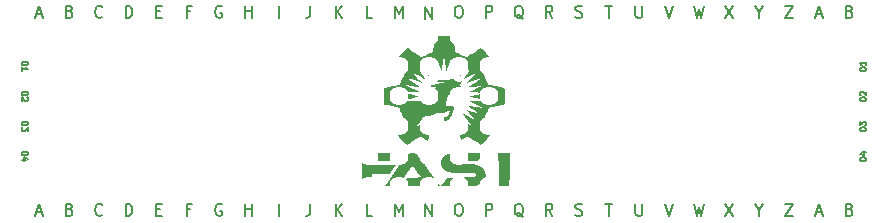
<source format=gbr>
%TF.GenerationSoftware,KiCad,Pcbnew,9.0.1*%
%TF.CreationDate,2025-05-06T23:45:29-04:00*%
%TF.ProjectId,classic-protoboard_6x28,636c6173-7369-4632-9d70-726f746f626f,rev?*%
%TF.SameCoordinates,Original*%
%TF.FileFunction,Legend,Top*%
%TF.FilePolarity,Positive*%
%FSLAX46Y46*%
G04 Gerber Fmt 4.6, Leading zero omitted, Abs format (unit mm)*
G04 Created by KiCad (PCBNEW 9.0.1) date 2025-05-06 23:45:29*
%MOMM*%
%LPD*%
G01*
G04 APERTURE LIST*
%ADD10C,0.150000*%
%ADD11C,0.127000*%
%ADD12C,0.000000*%
%ADD13O,3.148000X1.624000*%
%ADD14C,2.300000*%
%ADD15C,1.624000*%
G04 APERTURE END LIST*
D10*
X155321523Y-119172819D02*
X154988190Y-118696628D01*
X154750095Y-119172819D02*
X154750095Y-118172819D01*
X154750095Y-118172819D02*
X155131047Y-118172819D01*
X155131047Y-118172819D02*
X155226285Y-118220438D01*
X155226285Y-118220438D02*
X155273904Y-118268057D01*
X155273904Y-118268057D02*
X155321523Y-118363295D01*
X155321523Y-118363295D02*
X155321523Y-118506152D01*
X155321523Y-118506152D02*
X155273904Y-118601390D01*
X155273904Y-118601390D02*
X155226285Y-118649009D01*
X155226285Y-118649009D02*
X155131047Y-118696628D01*
X155131047Y-118696628D02*
X154750095Y-118696628D01*
X157266286Y-119125200D02*
X157409143Y-119172819D01*
X157409143Y-119172819D02*
X157647238Y-119172819D01*
X157647238Y-119172819D02*
X157742476Y-119125200D01*
X157742476Y-119125200D02*
X157790095Y-119077580D01*
X157790095Y-119077580D02*
X157837714Y-118982342D01*
X157837714Y-118982342D02*
X157837714Y-118887104D01*
X157837714Y-118887104D02*
X157790095Y-118791866D01*
X157790095Y-118791866D02*
X157742476Y-118744247D01*
X157742476Y-118744247D02*
X157647238Y-118696628D01*
X157647238Y-118696628D02*
X157456762Y-118649009D01*
X157456762Y-118649009D02*
X157361524Y-118601390D01*
X157361524Y-118601390D02*
X157313905Y-118553771D01*
X157313905Y-118553771D02*
X157266286Y-118458533D01*
X157266286Y-118458533D02*
X157266286Y-118363295D01*
X157266286Y-118363295D02*
X157313905Y-118268057D01*
X157313905Y-118268057D02*
X157361524Y-118220438D01*
X157361524Y-118220438D02*
X157456762Y-118172819D01*
X157456762Y-118172819D02*
X157694857Y-118172819D01*
X157694857Y-118172819D02*
X157837714Y-118220438D01*
X119190095Y-135936819D02*
X119190095Y-134936819D01*
X119190095Y-134936819D02*
X119428190Y-134936819D01*
X119428190Y-134936819D02*
X119571047Y-134984438D01*
X119571047Y-134984438D02*
X119666285Y-135079676D01*
X119666285Y-135079676D02*
X119713904Y-135174914D01*
X119713904Y-135174914D02*
X119761523Y-135365390D01*
X119761523Y-135365390D02*
X119761523Y-135508247D01*
X119761523Y-135508247D02*
X119713904Y-135698723D01*
X119713904Y-135698723D02*
X119666285Y-135793961D01*
X119666285Y-135793961D02*
X119571047Y-135889200D01*
X119571047Y-135889200D02*
X119428190Y-135936819D01*
X119428190Y-135936819D02*
X119190095Y-135936819D01*
D11*
X181360406Y-128636095D02*
X181360406Y-128587714D01*
X181360406Y-128587714D02*
X181384596Y-128539333D01*
X181384596Y-128539333D02*
X181408787Y-128515143D01*
X181408787Y-128515143D02*
X181457168Y-128490952D01*
X181457168Y-128490952D02*
X181553930Y-128466762D01*
X181553930Y-128466762D02*
X181674882Y-128466762D01*
X181674882Y-128466762D02*
X181771644Y-128490952D01*
X181771644Y-128490952D02*
X181820025Y-128515143D01*
X181820025Y-128515143D02*
X181844216Y-128539333D01*
X181844216Y-128539333D02*
X181868406Y-128587714D01*
X181868406Y-128587714D02*
X181868406Y-128636095D01*
X181868406Y-128636095D02*
X181844216Y-128684476D01*
X181844216Y-128684476D02*
X181820025Y-128708667D01*
X181820025Y-128708667D02*
X181771644Y-128732857D01*
X181771644Y-128732857D02*
X181674882Y-128757048D01*
X181674882Y-128757048D02*
X181553930Y-128757048D01*
X181553930Y-128757048D02*
X181457168Y-128732857D01*
X181457168Y-128732857D02*
X181408787Y-128708667D01*
X181408787Y-128708667D02*
X181384596Y-128684476D01*
X181384596Y-128684476D02*
X181360406Y-128636095D01*
X181360406Y-128297428D02*
X181360406Y-127982952D01*
X181360406Y-127982952D02*
X181553930Y-128152285D01*
X181553930Y-128152285D02*
X181553930Y-128079714D01*
X181553930Y-128079714D02*
X181578120Y-128031333D01*
X181578120Y-128031333D02*
X181602311Y-128007142D01*
X181602311Y-128007142D02*
X181650692Y-127982952D01*
X181650692Y-127982952D02*
X181771644Y-127982952D01*
X181771644Y-127982952D02*
X181820025Y-128007142D01*
X181820025Y-128007142D02*
X181844216Y-128031333D01*
X181844216Y-128031333D02*
X181868406Y-128079714D01*
X181868406Y-128079714D02*
X181868406Y-128224857D01*
X181868406Y-128224857D02*
X181844216Y-128273238D01*
X181844216Y-128273238D02*
X181820025Y-128297428D01*
D10*
X167283429Y-134936819D02*
X167521524Y-135936819D01*
X167521524Y-135936819D02*
X167712000Y-135222533D01*
X167712000Y-135222533D02*
X167902476Y-135936819D01*
X167902476Y-135936819D02*
X168140572Y-134936819D01*
X136970095Y-135936819D02*
X136970095Y-134936819D01*
X137541523Y-135936819D02*
X137112952Y-135365390D01*
X137541523Y-134936819D02*
X136970095Y-135508247D01*
D11*
X110909593Y-123023904D02*
X110909593Y-123072285D01*
X110909593Y-123072285D02*
X110885403Y-123120666D01*
X110885403Y-123120666D02*
X110861212Y-123144856D01*
X110861212Y-123144856D02*
X110812831Y-123169047D01*
X110812831Y-123169047D02*
X110716069Y-123193237D01*
X110716069Y-123193237D02*
X110595117Y-123193237D01*
X110595117Y-123193237D02*
X110498355Y-123169047D01*
X110498355Y-123169047D02*
X110449974Y-123144856D01*
X110449974Y-123144856D02*
X110425784Y-123120666D01*
X110425784Y-123120666D02*
X110401593Y-123072285D01*
X110401593Y-123072285D02*
X110401593Y-123023904D01*
X110401593Y-123023904D02*
X110425784Y-122975523D01*
X110425784Y-122975523D02*
X110449974Y-122951332D01*
X110449974Y-122951332D02*
X110498355Y-122927142D01*
X110498355Y-122927142D02*
X110595117Y-122902951D01*
X110595117Y-122902951D02*
X110716069Y-122902951D01*
X110716069Y-122902951D02*
X110812831Y-122927142D01*
X110812831Y-122927142D02*
X110861212Y-122951332D01*
X110861212Y-122951332D02*
X110885403Y-122975523D01*
X110885403Y-122975523D02*
X110909593Y-123023904D01*
X110401593Y-123677047D02*
X110401593Y-123386761D01*
X110401593Y-123531904D02*
X110909593Y-123531904D01*
X110909593Y-123531904D02*
X110837022Y-123483523D01*
X110837022Y-123483523D02*
X110788641Y-123435142D01*
X110788641Y-123435142D02*
X110764450Y-123386761D01*
D10*
X132152000Y-135936819D02*
X132152000Y-134936819D01*
D11*
X181360406Y-123556095D02*
X181360406Y-123507714D01*
X181360406Y-123507714D02*
X181384596Y-123459333D01*
X181384596Y-123459333D02*
X181408787Y-123435143D01*
X181408787Y-123435143D02*
X181457168Y-123410952D01*
X181457168Y-123410952D02*
X181553930Y-123386762D01*
X181553930Y-123386762D02*
X181674882Y-123386762D01*
X181674882Y-123386762D02*
X181771644Y-123410952D01*
X181771644Y-123410952D02*
X181820025Y-123435143D01*
X181820025Y-123435143D02*
X181844216Y-123459333D01*
X181844216Y-123459333D02*
X181868406Y-123507714D01*
X181868406Y-123507714D02*
X181868406Y-123556095D01*
X181868406Y-123556095D02*
X181844216Y-123604476D01*
X181844216Y-123604476D02*
X181820025Y-123628667D01*
X181820025Y-123628667D02*
X181771644Y-123652857D01*
X181771644Y-123652857D02*
X181674882Y-123677048D01*
X181674882Y-123677048D02*
X181553930Y-123677048D01*
X181553930Y-123677048D02*
X181457168Y-123652857D01*
X181457168Y-123652857D02*
X181408787Y-123628667D01*
X181408787Y-123628667D02*
X181384596Y-123604476D01*
X181384596Y-123604476D02*
X181360406Y-123556095D01*
X181868406Y-122902952D02*
X181868406Y-123193238D01*
X181868406Y-123048095D02*
X181360406Y-123048095D01*
X181360406Y-123048095D02*
X181432977Y-123096476D01*
X181432977Y-123096476D02*
X181481358Y-123144857D01*
X181481358Y-123144857D02*
X181505549Y-123193238D01*
X181360406Y-131176095D02*
X181360406Y-131127714D01*
X181360406Y-131127714D02*
X181384596Y-131079333D01*
X181384596Y-131079333D02*
X181408787Y-131055143D01*
X181408787Y-131055143D02*
X181457168Y-131030952D01*
X181457168Y-131030952D02*
X181553930Y-131006762D01*
X181553930Y-131006762D02*
X181674882Y-131006762D01*
X181674882Y-131006762D02*
X181771644Y-131030952D01*
X181771644Y-131030952D02*
X181820025Y-131055143D01*
X181820025Y-131055143D02*
X181844216Y-131079333D01*
X181844216Y-131079333D02*
X181868406Y-131127714D01*
X181868406Y-131127714D02*
X181868406Y-131176095D01*
X181868406Y-131176095D02*
X181844216Y-131224476D01*
X181844216Y-131224476D02*
X181820025Y-131248667D01*
X181820025Y-131248667D02*
X181771644Y-131272857D01*
X181771644Y-131272857D02*
X181674882Y-131297048D01*
X181674882Y-131297048D02*
X181553930Y-131297048D01*
X181553930Y-131297048D02*
X181457168Y-131272857D01*
X181457168Y-131272857D02*
X181408787Y-131248667D01*
X181408787Y-131248667D02*
X181384596Y-131224476D01*
X181384596Y-131224476D02*
X181360406Y-131176095D01*
X181529739Y-130571333D02*
X181868406Y-130571333D01*
X181336216Y-130692285D02*
X181699073Y-130813238D01*
X181699073Y-130813238D02*
X181699073Y-130498761D01*
X110909593Y-130643904D02*
X110909593Y-130692285D01*
X110909593Y-130692285D02*
X110885403Y-130740666D01*
X110885403Y-130740666D02*
X110861212Y-130764856D01*
X110861212Y-130764856D02*
X110812831Y-130789047D01*
X110812831Y-130789047D02*
X110716069Y-130813237D01*
X110716069Y-130813237D02*
X110595117Y-130813237D01*
X110595117Y-130813237D02*
X110498355Y-130789047D01*
X110498355Y-130789047D02*
X110449974Y-130764856D01*
X110449974Y-130764856D02*
X110425784Y-130740666D01*
X110425784Y-130740666D02*
X110401593Y-130692285D01*
X110401593Y-130692285D02*
X110401593Y-130643904D01*
X110401593Y-130643904D02*
X110425784Y-130595523D01*
X110425784Y-130595523D02*
X110449974Y-130571332D01*
X110449974Y-130571332D02*
X110498355Y-130547142D01*
X110498355Y-130547142D02*
X110595117Y-130522951D01*
X110595117Y-130522951D02*
X110716069Y-130522951D01*
X110716069Y-130522951D02*
X110812831Y-130547142D01*
X110812831Y-130547142D02*
X110861212Y-130571332D01*
X110861212Y-130571332D02*
X110885403Y-130595523D01*
X110885403Y-130595523D02*
X110909593Y-130643904D01*
X110740260Y-131248666D02*
X110401593Y-131248666D01*
X110933784Y-131127714D02*
X110570926Y-131006761D01*
X110570926Y-131006761D02*
X110570926Y-131321238D01*
D10*
X129326286Y-135936819D02*
X129326286Y-134936819D01*
X129326286Y-135413009D02*
X129897714Y-135413009D01*
X129897714Y-135936819D02*
X129897714Y-134936819D01*
X147296762Y-134936819D02*
X147487238Y-134936819D01*
X147487238Y-134936819D02*
X147582476Y-134984438D01*
X147582476Y-134984438D02*
X147677714Y-135079676D01*
X147677714Y-135079676D02*
X147725333Y-135270152D01*
X147725333Y-135270152D02*
X147725333Y-135603485D01*
X147725333Y-135603485D02*
X147677714Y-135793961D01*
X147677714Y-135793961D02*
X147582476Y-135889200D01*
X147582476Y-135889200D02*
X147487238Y-135936819D01*
X147487238Y-135936819D02*
X147296762Y-135936819D01*
X147296762Y-135936819D02*
X147201524Y-135889200D01*
X147201524Y-135889200D02*
X147106286Y-135793961D01*
X147106286Y-135793961D02*
X147058667Y-135603485D01*
X147058667Y-135603485D02*
X147058667Y-135270152D01*
X147058667Y-135270152D02*
X147106286Y-135079676D01*
X147106286Y-135079676D02*
X147201524Y-134984438D01*
X147201524Y-134984438D02*
X147296762Y-134936819D01*
X149670095Y-135936819D02*
X149670095Y-134936819D01*
X149670095Y-134936819D02*
X150051047Y-134936819D01*
X150051047Y-134936819D02*
X150146285Y-134984438D01*
X150146285Y-134984438D02*
X150193904Y-135032057D01*
X150193904Y-135032057D02*
X150241523Y-135127295D01*
X150241523Y-135127295D02*
X150241523Y-135270152D01*
X150241523Y-135270152D02*
X150193904Y-135365390D01*
X150193904Y-135365390D02*
X150146285Y-135413009D01*
X150146285Y-135413009D02*
X150051047Y-135460628D01*
X150051047Y-135460628D02*
X149670095Y-135460628D01*
X121777714Y-118649009D02*
X122111047Y-118649009D01*
X122253904Y-119172819D02*
X121777714Y-119172819D01*
X121777714Y-119172819D02*
X121777714Y-118172819D01*
X121777714Y-118172819D02*
X122253904Y-118172819D01*
X134834857Y-118172819D02*
X134834857Y-118887104D01*
X134834857Y-118887104D02*
X134787238Y-119029961D01*
X134787238Y-119029961D02*
X134692000Y-119125200D01*
X134692000Y-119125200D02*
X134549143Y-119172819D01*
X134549143Y-119172819D02*
X134453905Y-119172819D01*
X111593905Y-135651104D02*
X112070095Y-135651104D01*
X111498667Y-135936819D02*
X111832000Y-134936819D01*
X111832000Y-134936819D02*
X112165333Y-135936819D01*
X121777714Y-135413009D02*
X122111047Y-135413009D01*
X122253904Y-135936819D02*
X121777714Y-135936819D01*
X121777714Y-135936819D02*
X121777714Y-134936819D01*
X121777714Y-134936819D02*
X122253904Y-134936819D01*
D11*
X181360406Y-126096095D02*
X181360406Y-126047714D01*
X181360406Y-126047714D02*
X181384596Y-125999333D01*
X181384596Y-125999333D02*
X181408787Y-125975143D01*
X181408787Y-125975143D02*
X181457168Y-125950952D01*
X181457168Y-125950952D02*
X181553930Y-125926762D01*
X181553930Y-125926762D02*
X181674882Y-125926762D01*
X181674882Y-125926762D02*
X181771644Y-125950952D01*
X181771644Y-125950952D02*
X181820025Y-125975143D01*
X181820025Y-125975143D02*
X181844216Y-125999333D01*
X181844216Y-125999333D02*
X181868406Y-126047714D01*
X181868406Y-126047714D02*
X181868406Y-126096095D01*
X181868406Y-126096095D02*
X181844216Y-126144476D01*
X181844216Y-126144476D02*
X181820025Y-126168667D01*
X181820025Y-126168667D02*
X181771644Y-126192857D01*
X181771644Y-126192857D02*
X181674882Y-126217048D01*
X181674882Y-126217048D02*
X181553930Y-126217048D01*
X181553930Y-126217048D02*
X181457168Y-126192857D01*
X181457168Y-126192857D02*
X181408787Y-126168667D01*
X181408787Y-126168667D02*
X181384596Y-126144476D01*
X181384596Y-126144476D02*
X181360406Y-126096095D01*
X181408787Y-125733238D02*
X181384596Y-125709047D01*
X181384596Y-125709047D02*
X181360406Y-125660666D01*
X181360406Y-125660666D02*
X181360406Y-125539714D01*
X181360406Y-125539714D02*
X181384596Y-125491333D01*
X181384596Y-125491333D02*
X181408787Y-125467142D01*
X181408787Y-125467142D02*
X181457168Y-125442952D01*
X181457168Y-125442952D02*
X181505549Y-125442952D01*
X181505549Y-125442952D02*
X181578120Y-125467142D01*
X181578120Y-125467142D02*
X181868406Y-125757428D01*
X181868406Y-125757428D02*
X181868406Y-125442952D01*
D10*
X152852952Y-136032057D02*
X152757714Y-135984438D01*
X152757714Y-135984438D02*
X152662476Y-135889200D01*
X152662476Y-135889200D02*
X152519619Y-135746342D01*
X152519619Y-135746342D02*
X152424381Y-135698723D01*
X152424381Y-135698723D02*
X152329143Y-135698723D01*
X152376762Y-135936819D02*
X152281524Y-135889200D01*
X152281524Y-135889200D02*
X152186286Y-135793961D01*
X152186286Y-135793961D02*
X152138667Y-135603485D01*
X152138667Y-135603485D02*
X152138667Y-135270152D01*
X152138667Y-135270152D02*
X152186286Y-135079676D01*
X152186286Y-135079676D02*
X152281524Y-134984438D01*
X152281524Y-134984438D02*
X152376762Y-134936819D01*
X152376762Y-134936819D02*
X152567238Y-134936819D01*
X152567238Y-134936819D02*
X152662476Y-134984438D01*
X152662476Y-134984438D02*
X152757714Y-135079676D01*
X152757714Y-135079676D02*
X152805333Y-135270152D01*
X152805333Y-135270152D02*
X152805333Y-135603485D01*
X152805333Y-135603485D02*
X152757714Y-135793961D01*
X152757714Y-135793961D02*
X152662476Y-135889200D01*
X152662476Y-135889200D02*
X152567238Y-135936819D01*
X152567238Y-135936819D02*
X152376762Y-135936819D01*
X157266286Y-135889200D02*
X157409143Y-135936819D01*
X157409143Y-135936819D02*
X157647238Y-135936819D01*
X157647238Y-135936819D02*
X157742476Y-135889200D01*
X157742476Y-135889200D02*
X157790095Y-135841580D01*
X157790095Y-135841580D02*
X157837714Y-135746342D01*
X157837714Y-135746342D02*
X157837714Y-135651104D01*
X157837714Y-135651104D02*
X157790095Y-135555866D01*
X157790095Y-135555866D02*
X157742476Y-135508247D01*
X157742476Y-135508247D02*
X157647238Y-135460628D01*
X157647238Y-135460628D02*
X157456762Y-135413009D01*
X157456762Y-135413009D02*
X157361524Y-135365390D01*
X157361524Y-135365390D02*
X157313905Y-135317771D01*
X157313905Y-135317771D02*
X157266286Y-135222533D01*
X157266286Y-135222533D02*
X157266286Y-135127295D01*
X157266286Y-135127295D02*
X157313905Y-135032057D01*
X157313905Y-135032057D02*
X157361524Y-134984438D01*
X157361524Y-134984438D02*
X157456762Y-134936819D01*
X157456762Y-134936819D02*
X157694857Y-134936819D01*
X157694857Y-134936819D02*
X157837714Y-134984438D01*
X129326286Y-119172819D02*
X129326286Y-118172819D01*
X129326286Y-118649009D02*
X129897714Y-118649009D01*
X129897714Y-119172819D02*
X129897714Y-118172819D01*
X132152000Y-119172819D02*
X132152000Y-118172819D01*
X144566286Y-135936819D02*
X144566286Y-134936819D01*
X144566286Y-134936819D02*
X145137714Y-135936819D01*
X145137714Y-135936819D02*
X145137714Y-134936819D01*
X141978667Y-119172819D02*
X141978667Y-118172819D01*
X141978667Y-118172819D02*
X142312000Y-118887104D01*
X142312000Y-118887104D02*
X142645333Y-118172819D01*
X142645333Y-118172819D02*
X142645333Y-119172819D01*
X114443428Y-135413009D02*
X114586285Y-135460628D01*
X114586285Y-135460628D02*
X114633904Y-135508247D01*
X114633904Y-135508247D02*
X114681523Y-135603485D01*
X114681523Y-135603485D02*
X114681523Y-135746342D01*
X114681523Y-135746342D02*
X114633904Y-135841580D01*
X114633904Y-135841580D02*
X114586285Y-135889200D01*
X114586285Y-135889200D02*
X114491047Y-135936819D01*
X114491047Y-135936819D02*
X114110095Y-135936819D01*
X114110095Y-135936819D02*
X114110095Y-134936819D01*
X114110095Y-134936819D02*
X114443428Y-134936819D01*
X114443428Y-134936819D02*
X114538666Y-134984438D01*
X114538666Y-134984438D02*
X114586285Y-135032057D01*
X114586285Y-135032057D02*
X114633904Y-135127295D01*
X114633904Y-135127295D02*
X114633904Y-135222533D01*
X114633904Y-135222533D02*
X114586285Y-135317771D01*
X114586285Y-135317771D02*
X114538666Y-135365390D01*
X114538666Y-135365390D02*
X114443428Y-135413009D01*
X114443428Y-135413009D02*
X114110095Y-135413009D01*
X117221523Y-135841580D02*
X117173904Y-135889200D01*
X117173904Y-135889200D02*
X117031047Y-135936819D01*
X117031047Y-135936819D02*
X116935809Y-135936819D01*
X116935809Y-135936819D02*
X116792952Y-135889200D01*
X116792952Y-135889200D02*
X116697714Y-135793961D01*
X116697714Y-135793961D02*
X116650095Y-135698723D01*
X116650095Y-135698723D02*
X116602476Y-135508247D01*
X116602476Y-135508247D02*
X116602476Y-135365390D01*
X116602476Y-135365390D02*
X116650095Y-135174914D01*
X116650095Y-135174914D02*
X116697714Y-135079676D01*
X116697714Y-135079676D02*
X116792952Y-134984438D01*
X116792952Y-134984438D02*
X116935809Y-134936819D01*
X116935809Y-134936819D02*
X117031047Y-134936819D01*
X117031047Y-134936819D02*
X117173904Y-134984438D01*
X117173904Y-134984438D02*
X117221523Y-135032057D01*
X145137713Y-118263180D02*
X145137713Y-119263180D01*
X145137713Y-119263180D02*
X144566285Y-118263180D01*
X144566285Y-118263180D02*
X144566285Y-119263180D01*
D11*
X110909593Y-128103904D02*
X110909593Y-128152285D01*
X110909593Y-128152285D02*
X110885403Y-128200666D01*
X110885403Y-128200666D02*
X110861212Y-128224856D01*
X110861212Y-128224856D02*
X110812831Y-128249047D01*
X110812831Y-128249047D02*
X110716069Y-128273237D01*
X110716069Y-128273237D02*
X110595117Y-128273237D01*
X110595117Y-128273237D02*
X110498355Y-128249047D01*
X110498355Y-128249047D02*
X110449974Y-128224856D01*
X110449974Y-128224856D02*
X110425784Y-128200666D01*
X110425784Y-128200666D02*
X110401593Y-128152285D01*
X110401593Y-128152285D02*
X110401593Y-128103904D01*
X110401593Y-128103904D02*
X110425784Y-128055523D01*
X110425784Y-128055523D02*
X110449974Y-128031332D01*
X110449974Y-128031332D02*
X110498355Y-128007142D01*
X110498355Y-128007142D02*
X110595117Y-127982951D01*
X110595117Y-127982951D02*
X110716069Y-127982951D01*
X110716069Y-127982951D02*
X110812831Y-128007142D01*
X110812831Y-128007142D02*
X110861212Y-128031332D01*
X110861212Y-128031332D02*
X110885403Y-128055523D01*
X110885403Y-128055523D02*
X110909593Y-128103904D01*
X110909593Y-128442571D02*
X110909593Y-128757047D01*
X110909593Y-128757047D02*
X110716069Y-128587714D01*
X110716069Y-128587714D02*
X110716069Y-128660285D01*
X110716069Y-128660285D02*
X110691879Y-128708666D01*
X110691879Y-128708666D02*
X110667688Y-128732857D01*
X110667688Y-128732857D02*
X110619307Y-128757047D01*
X110619307Y-128757047D02*
X110498355Y-128757047D01*
X110498355Y-128757047D02*
X110449974Y-128732857D01*
X110449974Y-128732857D02*
X110425784Y-128708666D01*
X110425784Y-128708666D02*
X110401593Y-128660285D01*
X110401593Y-128660285D02*
X110401593Y-128515142D01*
X110401593Y-128515142D02*
X110425784Y-128466761D01*
X110425784Y-128466761D02*
X110449974Y-128442571D01*
D10*
X134834857Y-134936819D02*
X134834857Y-135651104D01*
X134834857Y-135651104D02*
X134787238Y-135793961D01*
X134787238Y-135793961D02*
X134692000Y-135889200D01*
X134692000Y-135889200D02*
X134549143Y-135936819D01*
X134549143Y-135936819D02*
X134453905Y-135936819D01*
X117221523Y-119077580D02*
X117173904Y-119125200D01*
X117173904Y-119125200D02*
X117031047Y-119172819D01*
X117031047Y-119172819D02*
X116935809Y-119172819D01*
X116935809Y-119172819D02*
X116792952Y-119125200D01*
X116792952Y-119125200D02*
X116697714Y-119029961D01*
X116697714Y-119029961D02*
X116650095Y-118934723D01*
X116650095Y-118934723D02*
X116602476Y-118744247D01*
X116602476Y-118744247D02*
X116602476Y-118601390D01*
X116602476Y-118601390D02*
X116650095Y-118410914D01*
X116650095Y-118410914D02*
X116697714Y-118315676D01*
X116697714Y-118315676D02*
X116792952Y-118220438D01*
X116792952Y-118220438D02*
X116935809Y-118172819D01*
X116935809Y-118172819D02*
X117031047Y-118172819D01*
X117031047Y-118172819D02*
X117173904Y-118220438D01*
X117173904Y-118220438D02*
X117221523Y-118268057D01*
X124674857Y-135413009D02*
X124341524Y-135413009D01*
X124341524Y-135936819D02*
X124341524Y-134936819D01*
X124341524Y-134936819D02*
X124817714Y-134936819D01*
X164838667Y-118172819D02*
X165172000Y-119172819D01*
X165172000Y-119172819D02*
X165505333Y-118172819D01*
X155321523Y-135936819D02*
X154988190Y-135460628D01*
X154750095Y-135936819D02*
X154750095Y-134936819D01*
X154750095Y-134936819D02*
X155131047Y-134936819D01*
X155131047Y-134936819D02*
X155226285Y-134984438D01*
X155226285Y-134984438D02*
X155273904Y-135032057D01*
X155273904Y-135032057D02*
X155321523Y-135127295D01*
X155321523Y-135127295D02*
X155321523Y-135270152D01*
X155321523Y-135270152D02*
X155273904Y-135365390D01*
X155273904Y-135365390D02*
X155226285Y-135413009D01*
X155226285Y-135413009D02*
X155131047Y-135460628D01*
X155131047Y-135460628D02*
X154750095Y-135460628D01*
X162346286Y-134936819D02*
X162346286Y-135746342D01*
X162346286Y-135746342D02*
X162393905Y-135841580D01*
X162393905Y-135841580D02*
X162441524Y-135889200D01*
X162441524Y-135889200D02*
X162536762Y-135936819D01*
X162536762Y-135936819D02*
X162727238Y-135936819D01*
X162727238Y-135936819D02*
X162822476Y-135889200D01*
X162822476Y-135889200D02*
X162870095Y-135841580D01*
X162870095Y-135841580D02*
X162917714Y-135746342D01*
X162917714Y-135746342D02*
X162917714Y-134936819D01*
X147296762Y-118172819D02*
X147487238Y-118172819D01*
X147487238Y-118172819D02*
X147582476Y-118220438D01*
X147582476Y-118220438D02*
X147677714Y-118315676D01*
X147677714Y-118315676D02*
X147725333Y-118506152D01*
X147725333Y-118506152D02*
X147725333Y-118839485D01*
X147725333Y-118839485D02*
X147677714Y-119029961D01*
X147677714Y-119029961D02*
X147582476Y-119125200D01*
X147582476Y-119125200D02*
X147487238Y-119172819D01*
X147487238Y-119172819D02*
X147296762Y-119172819D01*
X147296762Y-119172819D02*
X147201524Y-119125200D01*
X147201524Y-119125200D02*
X147106286Y-119029961D01*
X147106286Y-119029961D02*
X147058667Y-118839485D01*
X147058667Y-118839485D02*
X147058667Y-118506152D01*
X147058667Y-118506152D02*
X147106286Y-118315676D01*
X147106286Y-118315676D02*
X147201524Y-118220438D01*
X147201524Y-118220438D02*
X147296762Y-118172819D01*
X164838667Y-134936819D02*
X165172000Y-135936819D01*
X165172000Y-135936819D02*
X165505333Y-134936819D01*
X111593905Y-118887104D02*
X112070095Y-118887104D01*
X111498667Y-119172819D02*
X111832000Y-118172819D01*
X111832000Y-118172819D02*
X112165333Y-119172819D01*
X127333904Y-134984438D02*
X127238666Y-134936819D01*
X127238666Y-134936819D02*
X127095809Y-134936819D01*
X127095809Y-134936819D02*
X126952952Y-134984438D01*
X126952952Y-134984438D02*
X126857714Y-135079676D01*
X126857714Y-135079676D02*
X126810095Y-135174914D01*
X126810095Y-135174914D02*
X126762476Y-135365390D01*
X126762476Y-135365390D02*
X126762476Y-135508247D01*
X126762476Y-135508247D02*
X126810095Y-135698723D01*
X126810095Y-135698723D02*
X126857714Y-135793961D01*
X126857714Y-135793961D02*
X126952952Y-135889200D01*
X126952952Y-135889200D02*
X127095809Y-135936819D01*
X127095809Y-135936819D02*
X127191047Y-135936819D01*
X127191047Y-135936819D02*
X127333904Y-135889200D01*
X127333904Y-135889200D02*
X127381523Y-135841580D01*
X127381523Y-135841580D02*
X127381523Y-135508247D01*
X127381523Y-135508247D02*
X127191047Y-135508247D01*
X149670095Y-119172819D02*
X149670095Y-118172819D01*
X149670095Y-118172819D02*
X150051047Y-118172819D01*
X150051047Y-118172819D02*
X150146285Y-118220438D01*
X150146285Y-118220438D02*
X150193904Y-118268057D01*
X150193904Y-118268057D02*
X150241523Y-118363295D01*
X150241523Y-118363295D02*
X150241523Y-118506152D01*
X150241523Y-118506152D02*
X150193904Y-118601390D01*
X150193904Y-118601390D02*
X150146285Y-118649009D01*
X150146285Y-118649009D02*
X150051047Y-118696628D01*
X150051047Y-118696628D02*
X149670095Y-118696628D01*
X169918667Y-118172819D02*
X170585333Y-119172819D01*
X170585333Y-118172819D02*
X169918667Y-119172819D01*
X136970095Y-119172819D02*
X136970095Y-118172819D01*
X137541523Y-119172819D02*
X137112952Y-118601390D01*
X137541523Y-118172819D02*
X136970095Y-118744247D01*
X114443428Y-118649009D02*
X114586285Y-118696628D01*
X114586285Y-118696628D02*
X114633904Y-118744247D01*
X114633904Y-118744247D02*
X114681523Y-118839485D01*
X114681523Y-118839485D02*
X114681523Y-118982342D01*
X114681523Y-118982342D02*
X114633904Y-119077580D01*
X114633904Y-119077580D02*
X114586285Y-119125200D01*
X114586285Y-119125200D02*
X114491047Y-119172819D01*
X114491047Y-119172819D02*
X114110095Y-119172819D01*
X114110095Y-119172819D02*
X114110095Y-118172819D01*
X114110095Y-118172819D02*
X114443428Y-118172819D01*
X114443428Y-118172819D02*
X114538666Y-118220438D01*
X114538666Y-118220438D02*
X114586285Y-118268057D01*
X114586285Y-118268057D02*
X114633904Y-118363295D01*
X114633904Y-118363295D02*
X114633904Y-118458533D01*
X114633904Y-118458533D02*
X114586285Y-118553771D01*
X114586285Y-118553771D02*
X114538666Y-118601390D01*
X114538666Y-118601390D02*
X114443428Y-118649009D01*
X114443428Y-118649009D02*
X114110095Y-118649009D01*
X140081523Y-119172819D02*
X139605333Y-119172819D01*
X139605333Y-119172819D02*
X139605333Y-118172819D01*
D11*
X110909593Y-125563904D02*
X110909593Y-125612285D01*
X110909593Y-125612285D02*
X110885403Y-125660666D01*
X110885403Y-125660666D02*
X110861212Y-125684856D01*
X110861212Y-125684856D02*
X110812831Y-125709047D01*
X110812831Y-125709047D02*
X110716069Y-125733237D01*
X110716069Y-125733237D02*
X110595117Y-125733237D01*
X110595117Y-125733237D02*
X110498355Y-125709047D01*
X110498355Y-125709047D02*
X110449974Y-125684856D01*
X110449974Y-125684856D02*
X110425784Y-125660666D01*
X110425784Y-125660666D02*
X110401593Y-125612285D01*
X110401593Y-125612285D02*
X110401593Y-125563904D01*
X110401593Y-125563904D02*
X110425784Y-125515523D01*
X110425784Y-125515523D02*
X110449974Y-125491332D01*
X110449974Y-125491332D02*
X110498355Y-125467142D01*
X110498355Y-125467142D02*
X110595117Y-125442951D01*
X110595117Y-125442951D02*
X110716069Y-125442951D01*
X110716069Y-125442951D02*
X110812831Y-125467142D01*
X110812831Y-125467142D02*
X110861212Y-125491332D01*
X110861212Y-125491332D02*
X110885403Y-125515523D01*
X110885403Y-125515523D02*
X110909593Y-125563904D01*
X110861212Y-125926761D02*
X110885403Y-125950952D01*
X110885403Y-125950952D02*
X110909593Y-125999333D01*
X110909593Y-125999333D02*
X110909593Y-126120285D01*
X110909593Y-126120285D02*
X110885403Y-126168666D01*
X110885403Y-126168666D02*
X110861212Y-126192857D01*
X110861212Y-126192857D02*
X110812831Y-126217047D01*
X110812831Y-126217047D02*
X110764450Y-126217047D01*
X110764450Y-126217047D02*
X110691879Y-126192857D01*
X110691879Y-126192857D02*
X110401593Y-125902571D01*
X110401593Y-125902571D02*
X110401593Y-126217047D01*
D10*
X127333904Y-118220438D02*
X127238666Y-118172819D01*
X127238666Y-118172819D02*
X127095809Y-118172819D01*
X127095809Y-118172819D02*
X126952952Y-118220438D01*
X126952952Y-118220438D02*
X126857714Y-118315676D01*
X126857714Y-118315676D02*
X126810095Y-118410914D01*
X126810095Y-118410914D02*
X126762476Y-118601390D01*
X126762476Y-118601390D02*
X126762476Y-118744247D01*
X126762476Y-118744247D02*
X126810095Y-118934723D01*
X126810095Y-118934723D02*
X126857714Y-119029961D01*
X126857714Y-119029961D02*
X126952952Y-119125200D01*
X126952952Y-119125200D02*
X127095809Y-119172819D01*
X127095809Y-119172819D02*
X127191047Y-119172819D01*
X127191047Y-119172819D02*
X127333904Y-119125200D01*
X127333904Y-119125200D02*
X127381523Y-119077580D01*
X127381523Y-119077580D02*
X127381523Y-118744247D01*
X127381523Y-118744247D02*
X127191047Y-118744247D01*
X152852952Y-119268057D02*
X152757714Y-119220438D01*
X152757714Y-119220438D02*
X152662476Y-119125200D01*
X152662476Y-119125200D02*
X152519619Y-118982342D01*
X152519619Y-118982342D02*
X152424381Y-118934723D01*
X152424381Y-118934723D02*
X152329143Y-118934723D01*
X152376762Y-119172819D02*
X152281524Y-119125200D01*
X152281524Y-119125200D02*
X152186286Y-119029961D01*
X152186286Y-119029961D02*
X152138667Y-118839485D01*
X152138667Y-118839485D02*
X152138667Y-118506152D01*
X152138667Y-118506152D02*
X152186286Y-118315676D01*
X152186286Y-118315676D02*
X152281524Y-118220438D01*
X152281524Y-118220438D02*
X152376762Y-118172819D01*
X152376762Y-118172819D02*
X152567238Y-118172819D01*
X152567238Y-118172819D02*
X152662476Y-118220438D01*
X152662476Y-118220438D02*
X152757714Y-118315676D01*
X152757714Y-118315676D02*
X152805333Y-118506152D01*
X152805333Y-118506152D02*
X152805333Y-118839485D01*
X152805333Y-118839485D02*
X152757714Y-119029961D01*
X152757714Y-119029961D02*
X152662476Y-119125200D01*
X152662476Y-119125200D02*
X152567238Y-119172819D01*
X152567238Y-119172819D02*
X152376762Y-119172819D01*
X119190095Y-119172819D02*
X119190095Y-118172819D01*
X119190095Y-118172819D02*
X119428190Y-118172819D01*
X119428190Y-118172819D02*
X119571047Y-118220438D01*
X119571047Y-118220438D02*
X119666285Y-118315676D01*
X119666285Y-118315676D02*
X119713904Y-118410914D01*
X119713904Y-118410914D02*
X119761523Y-118601390D01*
X119761523Y-118601390D02*
X119761523Y-118744247D01*
X119761523Y-118744247D02*
X119713904Y-118934723D01*
X119713904Y-118934723D02*
X119666285Y-119029961D01*
X119666285Y-119029961D02*
X119571047Y-119125200D01*
X119571047Y-119125200D02*
X119428190Y-119172819D01*
X119428190Y-119172819D02*
X119190095Y-119172819D01*
X162346286Y-118172819D02*
X162346286Y-118982342D01*
X162346286Y-118982342D02*
X162393905Y-119077580D01*
X162393905Y-119077580D02*
X162441524Y-119125200D01*
X162441524Y-119125200D02*
X162536762Y-119172819D01*
X162536762Y-119172819D02*
X162727238Y-119172819D01*
X162727238Y-119172819D02*
X162822476Y-119125200D01*
X162822476Y-119125200D02*
X162870095Y-119077580D01*
X162870095Y-119077580D02*
X162917714Y-118982342D01*
X162917714Y-118982342D02*
X162917714Y-118172819D01*
X169918667Y-134936819D02*
X170585333Y-135936819D01*
X170585333Y-134936819D02*
X169918667Y-135936819D01*
X167283429Y-118172819D02*
X167521524Y-119172819D01*
X167521524Y-119172819D02*
X167712000Y-118458533D01*
X167712000Y-118458533D02*
X167902476Y-119172819D01*
X167902476Y-119172819D02*
X168140572Y-118172819D01*
X141978667Y-135936819D02*
X141978667Y-134936819D01*
X141978667Y-134936819D02*
X142312000Y-135651104D01*
X142312000Y-135651104D02*
X142645333Y-134936819D01*
X142645333Y-134936819D02*
X142645333Y-135936819D01*
X124674857Y-118649009D02*
X124341524Y-118649009D01*
X124341524Y-119172819D02*
X124341524Y-118172819D01*
X124341524Y-118172819D02*
X124817714Y-118172819D01*
X159806286Y-134936819D02*
X160377714Y-134936819D01*
X160092000Y-135936819D02*
X160092000Y-134936819D01*
X159806286Y-118172819D02*
X160377714Y-118172819D01*
X160092000Y-119172819D02*
X160092000Y-118172819D01*
X140081523Y-135936819D02*
X139605333Y-135936819D01*
X139605333Y-135936819D02*
X139605333Y-134936819D01*
X172792000Y-118696628D02*
X172792000Y-119172819D01*
X172458667Y-118172819D02*
X172792000Y-118696628D01*
X172792000Y-118696628D02*
X173125333Y-118172819D01*
X174998667Y-118172819D02*
X175665333Y-118172819D01*
X175665333Y-118172819D02*
X174998667Y-119172819D01*
X174998667Y-119172819D02*
X175665333Y-119172819D01*
X177633905Y-118887104D02*
X178110095Y-118887104D01*
X177538667Y-119172819D02*
X177872000Y-118172819D01*
X177872000Y-118172819D02*
X178205333Y-119172819D01*
X180483428Y-118649009D02*
X180626285Y-118696628D01*
X180626285Y-118696628D02*
X180673904Y-118744247D01*
X180673904Y-118744247D02*
X180721523Y-118839485D01*
X180721523Y-118839485D02*
X180721523Y-118982342D01*
X180721523Y-118982342D02*
X180673904Y-119077580D01*
X180673904Y-119077580D02*
X180626285Y-119125200D01*
X180626285Y-119125200D02*
X180531047Y-119172819D01*
X180531047Y-119172819D02*
X180150095Y-119172819D01*
X180150095Y-119172819D02*
X180150095Y-118172819D01*
X180150095Y-118172819D02*
X180483428Y-118172819D01*
X180483428Y-118172819D02*
X180578666Y-118220438D01*
X180578666Y-118220438D02*
X180626285Y-118268057D01*
X180626285Y-118268057D02*
X180673904Y-118363295D01*
X180673904Y-118363295D02*
X180673904Y-118458533D01*
X180673904Y-118458533D02*
X180626285Y-118553771D01*
X180626285Y-118553771D02*
X180578666Y-118601390D01*
X180578666Y-118601390D02*
X180483428Y-118649009D01*
X180483428Y-118649009D02*
X180150095Y-118649009D01*
X172792000Y-135460628D02*
X172792000Y-135936819D01*
X172458667Y-134936819D02*
X172792000Y-135460628D01*
X172792000Y-135460628D02*
X173125333Y-134936819D01*
X174998667Y-134936819D02*
X175665333Y-134936819D01*
X175665333Y-134936819D02*
X174998667Y-135936819D01*
X174998667Y-135936819D02*
X175665333Y-135936819D01*
X177633905Y-135651104D02*
X178110095Y-135651104D01*
X177538667Y-135936819D02*
X177872000Y-134936819D01*
X177872000Y-134936819D02*
X178205333Y-135936819D01*
X180483428Y-135413009D02*
X180626285Y-135460628D01*
X180626285Y-135460628D02*
X180673904Y-135508247D01*
X180673904Y-135508247D02*
X180721523Y-135603485D01*
X180721523Y-135603485D02*
X180721523Y-135746342D01*
X180721523Y-135746342D02*
X180673904Y-135841580D01*
X180673904Y-135841580D02*
X180626285Y-135889200D01*
X180626285Y-135889200D02*
X180531047Y-135936819D01*
X180531047Y-135936819D02*
X180150095Y-135936819D01*
X180150095Y-135936819D02*
X180150095Y-134936819D01*
X180150095Y-134936819D02*
X180483428Y-134936819D01*
X180483428Y-134936819D02*
X180578666Y-134984438D01*
X180578666Y-134984438D02*
X180626285Y-135032057D01*
X180626285Y-135032057D02*
X180673904Y-135127295D01*
X180673904Y-135127295D02*
X180673904Y-135222533D01*
X180673904Y-135222533D02*
X180626285Y-135317771D01*
X180626285Y-135317771D02*
X180578666Y-135365390D01*
X180578666Y-135365390D02*
X180483428Y-135413009D01*
X180483428Y-135413009D02*
X180150095Y-135413009D01*
D12*
%TO.C,G\u002A\u002A\u002A*%
G36*
X141978648Y-130981317D02*
G01*
X141700659Y-131343268D01*
X140887153Y-131346796D01*
X140074353Y-131350324D01*
X140072237Y-131496373D01*
X140070825Y-131643129D01*
X141094587Y-131643129D01*
X141557122Y-131643548D01*
X141874931Y-131644893D01*
X141982622Y-131645954D01*
X142057802Y-131647297D01*
X142101696Y-131648936D01*
X142112292Y-131649873D01*
X142115526Y-131650890D01*
X142032094Y-131761310D01*
X141835420Y-132017778D01*
X141556726Y-132376907D01*
X140813775Y-132376907D01*
X140070825Y-132376907D01*
X140070825Y-132906073D01*
X140070825Y-133435241D01*
X139633381Y-133435241D01*
X139195937Y-133435241D01*
X139195937Y-132027656D01*
X139195937Y-130620073D01*
X140726287Y-130620073D01*
X142257342Y-130620073D01*
X141978648Y-130981317D01*
G37*
G36*
X152389263Y-130620426D02*
G01*
X152641333Y-130620966D01*
X152827711Y-130621837D01*
X152957105Y-130623105D01*
X153038220Y-130624836D01*
X153063394Y-130625896D01*
X153079764Y-130627096D01*
X153088417Y-130628445D01*
X153090190Y-130629178D01*
X153090442Y-130629951D01*
X153005952Y-130740371D01*
X152810336Y-130992608D01*
X152535876Y-131346796D01*
X152111836Y-131348207D01*
X151687798Y-131350324D01*
X151685682Y-132392429D01*
X151684270Y-133435241D01*
X151246825Y-133435241D01*
X150809381Y-133435241D01*
X150809381Y-132391018D01*
X150809381Y-131346796D01*
X150230826Y-131345385D01*
X149652270Y-131343268D01*
X149896392Y-131025768D01*
X150078866Y-130788437D01*
X150175086Y-130663818D01*
X150209659Y-130620073D01*
X151653225Y-130620073D01*
X152389263Y-130620426D01*
G37*
G36*
X143492306Y-130609367D02*
G01*
X143518093Y-130610758D01*
X143543917Y-130613451D01*
X143569779Y-130617446D01*
X143595680Y-130622740D01*
X143621622Y-130629334D01*
X143647605Y-130637226D01*
X143673631Y-130646415D01*
X143699700Y-130656900D01*
X143725813Y-130668680D01*
X143751972Y-130681754D01*
X143778177Y-130696121D01*
X143804430Y-130711780D01*
X143830731Y-130728729D01*
X143875112Y-130759020D01*
X143917889Y-130795371D01*
X143972738Y-130856014D01*
X144053334Y-130959181D01*
X144173353Y-131123103D01*
X144346470Y-131366011D01*
X144906703Y-132161713D01*
X145799936Y-133431713D01*
X144970204Y-133433830D01*
X143316381Y-133433830D01*
X142492292Y-133431713D01*
X142751936Y-133071879D01*
X143012287Y-132712046D01*
X143602131Y-132708518D01*
X144192681Y-132704990D01*
X143830731Y-132202634D01*
X143689444Y-132007582D01*
X143573027Y-131848181D01*
X143493387Y-131740771D01*
X143471080Y-131711669D01*
X143464955Y-131704162D01*
X143462431Y-131701691D01*
X143273783Y-131956484D01*
X142827431Y-132567407D01*
X142197370Y-133431713D01*
X141653387Y-133433830D01*
X141108698Y-133435241D01*
X141366931Y-133077523D01*
X142285564Y-131801879D01*
X142585679Y-131386031D01*
X142800003Y-131091826D01*
X142876874Y-130987755D01*
X142934554Y-130910994D01*
X142973797Y-130860510D01*
X142986739Y-130844798D01*
X142995353Y-130835268D01*
X143017524Y-130813889D01*
X143040826Y-130793191D01*
X143065132Y-130773241D01*
X143090317Y-130754107D01*
X143116254Y-130735858D01*
X143142817Y-130718562D01*
X143169881Y-130702287D01*
X143197318Y-130687101D01*
X143225004Y-130673073D01*
X143252812Y-130660271D01*
X143280616Y-130648762D01*
X143308289Y-130638616D01*
X143335706Y-130629901D01*
X143362741Y-130622683D01*
X143389267Y-130617033D01*
X143415159Y-130613018D01*
X143440840Y-130610496D01*
X143466556Y-130609279D01*
X143492306Y-130609367D01*
G37*
G36*
X149567603Y-130624307D02*
G01*
X149545841Y-130653962D01*
X149486641Y-130731904D01*
X149292436Y-130985552D01*
X149016565Y-131343268D01*
X147985043Y-131346796D01*
X146953520Y-131350324D01*
X146920359Y-131365845D01*
X146912569Y-131369675D01*
X146905334Y-131373762D01*
X146898647Y-131378116D01*
X146892501Y-131382745D01*
X146886887Y-131387660D01*
X146881800Y-131392870D01*
X146877232Y-131398383D01*
X146873175Y-131404210D01*
X146869623Y-131410359D01*
X146866567Y-131416840D01*
X146864002Y-131423662D01*
X146861919Y-131430834D01*
X146860312Y-131438366D01*
X146859173Y-131446267D01*
X146858494Y-131454546D01*
X146858270Y-131463213D01*
X146858477Y-131471375D01*
X146858736Y-131475327D01*
X146859098Y-131479194D01*
X146859565Y-131482977D01*
X146860135Y-131486677D01*
X146860810Y-131490293D01*
X146861588Y-131493827D01*
X146862471Y-131497280D01*
X146863459Y-131500651D01*
X146864551Y-131503943D01*
X146865749Y-131507154D01*
X146867051Y-131510287D01*
X146868458Y-131513341D01*
X146869970Y-131516317D01*
X146871587Y-131519216D01*
X146873310Y-131522039D01*
X146875139Y-131524786D01*
X146877073Y-131527457D01*
X146879113Y-131530054D01*
X146881258Y-131532578D01*
X146883510Y-131535028D01*
X146885869Y-131537405D01*
X146888333Y-131539710D01*
X146890904Y-131541944D01*
X146893581Y-131544108D01*
X146896366Y-131546201D01*
X146899257Y-131548225D01*
X146902255Y-131550180D01*
X146905360Y-131552067D01*
X146908572Y-131553887D01*
X146911892Y-131555640D01*
X146923649Y-131559870D01*
X146944833Y-131563159D01*
X146984471Y-131565686D01*
X147051592Y-131567634D01*
X147304402Y-131570523D01*
X147775492Y-131573279D01*
X148075663Y-131574730D01*
X148302289Y-131576289D01*
X148392117Y-131577287D01*
X148468473Y-131578525D01*
X148532996Y-131580076D01*
X148587322Y-131582010D01*
X148633091Y-131584399D01*
X148671941Y-131587314D01*
X148705509Y-131590827D01*
X148735434Y-131595008D01*
X148763354Y-131599929D01*
X148790907Y-131605661D01*
X148851465Y-131619845D01*
X148892023Y-131630054D01*
X148931920Y-131641355D01*
X148971122Y-131653733D01*
X149009597Y-131667173D01*
X149047311Y-131681659D01*
X149084232Y-131697174D01*
X149120325Y-131713705D01*
X149155559Y-131731236D01*
X149189899Y-131749750D01*
X149223314Y-131769232D01*
X149255770Y-131789668D01*
X149287233Y-131811041D01*
X149317671Y-131833335D01*
X149347051Y-131856536D01*
X149375339Y-131880628D01*
X149402503Y-131905596D01*
X149431107Y-131933690D01*
X149444310Y-131947269D01*
X149456842Y-131960618D01*
X149468750Y-131973797D01*
X149480080Y-131986868D01*
X149490879Y-131999892D01*
X149501193Y-132012928D01*
X149511069Y-132026039D01*
X149520553Y-132039286D01*
X149529692Y-132052729D01*
X149538532Y-132066429D01*
X149547120Y-132080448D01*
X149555503Y-132094846D01*
X149563726Y-132109684D01*
X149571836Y-132125023D01*
X149583656Y-132148557D01*
X149594527Y-132171610D01*
X149604477Y-132194294D01*
X149613531Y-132216724D01*
X149621717Y-132239013D01*
X149629061Y-132261276D01*
X149635591Y-132283625D01*
X149641334Y-132306175D01*
X149646316Y-132329039D01*
X149650564Y-132352331D01*
X149654105Y-132376164D01*
X149656966Y-132400653D01*
X149659174Y-132425911D01*
X149660756Y-132452051D01*
X149661738Y-132479188D01*
X149662148Y-132507434D01*
X149662012Y-132535656D01*
X149661324Y-132562713D01*
X149660061Y-132588717D01*
X149658201Y-132613775D01*
X149655721Y-132637999D01*
X149652598Y-132661497D01*
X149648809Y-132684379D01*
X149644332Y-132706754D01*
X149639144Y-132728733D01*
X149633222Y-132750424D01*
X149626544Y-132771938D01*
X149619087Y-132793383D01*
X149610827Y-132814870D01*
X149601743Y-132836508D01*
X149591811Y-132858406D01*
X149581009Y-132880674D01*
X149573530Y-132895282D01*
X149565890Y-132909500D01*
X149558063Y-132923366D01*
X149550020Y-132936920D01*
X149541732Y-132950201D01*
X149533173Y-132963249D01*
X149524314Y-132976102D01*
X149515128Y-132988800D01*
X149505586Y-133001383D01*
X149495660Y-133013889D01*
X149485323Y-133026358D01*
X149474547Y-133038828D01*
X149463304Y-133051341D01*
X149451565Y-133063933D01*
X149439304Y-133076646D01*
X149426492Y-133089518D01*
X149394035Y-133120278D01*
X149360411Y-133149595D01*
X149325595Y-133177482D01*
X149289559Y-133203950D01*
X149252280Y-133229014D01*
X149213730Y-133252683D01*
X149173884Y-133274973D01*
X149132717Y-133295893D01*
X149090201Y-133315458D01*
X149046312Y-133333679D01*
X149001024Y-133350569D01*
X148954310Y-133366140D01*
X148906145Y-133380405D01*
X148856504Y-133393376D01*
X148805359Y-133405065D01*
X148752687Y-133415485D01*
X148668020Y-133431713D01*
X147268904Y-133433830D01*
X145869787Y-133435241D01*
X145912120Y-133380913D01*
X146192931Y-133017551D01*
X146431409Y-132709224D01*
X147500326Y-132707107D01*
X148079510Y-132705498D01*
X148269705Y-132704503D01*
X148406347Y-132703226D01*
X148457565Y-132702447D01*
X148498969Y-132701554D01*
X148531752Y-132700532D01*
X148557105Y-132699368D01*
X148576219Y-132698047D01*
X148590286Y-132696554D01*
X148600499Y-132694875D01*
X148608048Y-132692996D01*
X148634326Y-132684786D01*
X148658699Y-132676534D01*
X148681228Y-132668194D01*
X148701975Y-132659724D01*
X148721002Y-132651081D01*
X148729890Y-132646680D01*
X148738372Y-132642220D01*
X148746454Y-132637695D01*
X148754145Y-132633099D01*
X148761453Y-132628428D01*
X148768385Y-132623675D01*
X148774950Y-132618835D01*
X148781154Y-132613903D01*
X148787005Y-132608873D01*
X148792512Y-132603740D01*
X148797682Y-132598499D01*
X148802523Y-132593143D01*
X148807042Y-132587669D01*
X148811248Y-132582069D01*
X148815148Y-132576339D01*
X148818749Y-132570474D01*
X148822060Y-132564467D01*
X148825089Y-132558315D01*
X148827842Y-132552010D01*
X148830329Y-132545547D01*
X148832556Y-132538922D01*
X148834531Y-132532129D01*
X148836425Y-132523824D01*
X148837746Y-132515583D01*
X148838498Y-132507410D01*
X148838687Y-132499310D01*
X148838318Y-132491288D01*
X148837396Y-132483351D01*
X148835926Y-132475502D01*
X148833914Y-132467747D01*
X148831364Y-132460092D01*
X148828282Y-132452540D01*
X148824673Y-132445099D01*
X148820541Y-132437772D01*
X148815894Y-132430565D01*
X148810734Y-132423483D01*
X148805068Y-132416531D01*
X148798901Y-132409715D01*
X148792237Y-132403039D01*
X148785083Y-132396509D01*
X148769323Y-132383907D01*
X148751660Y-132371950D01*
X148732138Y-132360679D01*
X148710796Y-132350136D01*
X148687676Y-132340362D01*
X148662821Y-132331397D01*
X148636270Y-132323285D01*
X148617823Y-132319286D01*
X148589108Y-132316163D01*
X148466936Y-132311820D01*
X147726103Y-132305646D01*
X147342204Y-132303265D01*
X147061558Y-132300354D01*
X146882645Y-132296915D01*
X146830863Y-132294996D01*
X146803943Y-132292946D01*
X146747813Y-132284461D01*
X146693438Y-132274609D01*
X146640787Y-132263381D01*
X146589829Y-132250767D01*
X146540532Y-132236754D01*
X146492867Y-132221334D01*
X146446802Y-132204497D01*
X146402305Y-132186230D01*
X146359346Y-132166525D01*
X146317895Y-132145372D01*
X146277919Y-132122758D01*
X146239388Y-132098676D01*
X146202271Y-132073113D01*
X146166536Y-132046059D01*
X146132154Y-132017505D01*
X146099092Y-131987440D01*
X146068451Y-131956568D01*
X146040029Y-131924807D01*
X146013832Y-131892164D01*
X145989863Y-131858643D01*
X145968127Y-131824251D01*
X145948627Y-131788991D01*
X145931368Y-131752869D01*
X145916353Y-131715890D01*
X145903588Y-131678059D01*
X145893075Y-131639382D01*
X145884820Y-131599864D01*
X145878827Y-131559510D01*
X145875098Y-131518324D01*
X145873640Y-131476313D01*
X145874455Y-131433481D01*
X145877548Y-131389834D01*
X145881374Y-131355805D01*
X145886265Y-131322983D01*
X145892260Y-131291285D01*
X145899398Y-131260630D01*
X145907718Y-131230933D01*
X145917260Y-131202113D01*
X145928063Y-131174086D01*
X145940166Y-131146771D01*
X145953608Y-131120084D01*
X145968429Y-131093942D01*
X145984669Y-131068264D01*
X146002365Y-131042966D01*
X146021558Y-131017965D01*
X146042287Y-130993180D01*
X146064590Y-130968527D01*
X146088509Y-130943924D01*
X146119949Y-130914175D01*
X146153333Y-130885558D01*
X146188538Y-130858127D01*
X146225442Y-130831939D01*
X146263920Y-130807048D01*
X146303851Y-130783512D01*
X146345110Y-130761385D01*
X146387576Y-130740724D01*
X146431125Y-130721584D01*
X146475634Y-130704021D01*
X146520980Y-130688091D01*
X146567041Y-130673850D01*
X146613692Y-130661354D01*
X146660812Y-130650658D01*
X146708277Y-130641818D01*
X146755964Y-130634890D01*
X146782136Y-130631649D01*
X146806059Y-130628540D01*
X146837103Y-130624307D01*
X148213466Y-130621132D01*
X149567603Y-130624307D01*
G37*
G36*
X146321872Y-120711692D02*
G01*
X146676876Y-120716444D01*
X146788522Y-120719667D01*
X146831459Y-120723245D01*
X146843154Y-120751920D01*
X146858744Y-120808177D01*
X146878352Y-120892612D01*
X146902103Y-121005821D01*
X146962527Y-121320940D01*
X147041009Y-121758296D01*
X147058379Y-121855755D01*
X147065763Y-121896211D01*
X147072417Y-121931675D01*
X147078448Y-121962537D01*
X147083959Y-121989190D01*
X147089054Y-122012025D01*
X147091478Y-122022133D01*
X147093838Y-122031434D01*
X147096146Y-122039976D01*
X147098415Y-122047808D01*
X147100659Y-122054980D01*
X147102890Y-122061540D01*
X147105122Y-122067537D01*
X147107367Y-122073020D01*
X147109639Y-122078039D01*
X147111951Y-122082642D01*
X147114315Y-122086877D01*
X147116745Y-122090795D01*
X147119254Y-122094444D01*
X147121854Y-122097873D01*
X147124560Y-122101131D01*
X147127384Y-122104267D01*
X147133437Y-122110368D01*
X147143076Y-122119294D01*
X147155122Y-122127930D01*
X147174427Y-122138434D01*
X147205844Y-122152966D01*
X147324433Y-122202741D01*
X147549714Y-122294518D01*
X147754590Y-122377862D01*
X147834571Y-122410902D01*
X147884853Y-122432101D01*
X147910873Y-122443136D01*
X147934789Y-122452978D01*
X147956748Y-122461659D01*
X147976895Y-122469209D01*
X147995376Y-122475659D01*
X148012337Y-122481041D01*
X148027923Y-122485385D01*
X148042280Y-122488722D01*
X148055554Y-122491083D01*
X148061831Y-122491908D01*
X148067891Y-122492500D01*
X148073754Y-122492864D01*
X148079436Y-122493004D01*
X148084957Y-122492923D01*
X148090335Y-122492624D01*
X148095588Y-122492114D01*
X148100734Y-122491394D01*
X148105792Y-122490468D01*
X148110779Y-122489342D01*
X148120614Y-122486501D01*
X148130387Y-122482901D01*
X148178849Y-122451758D01*
X148293723Y-122374510D01*
X148653909Y-122128007D01*
X148811754Y-122019650D01*
X148941412Y-121931080D01*
X149045389Y-121860650D01*
X149126190Y-121806715D01*
X149186321Y-121767629D01*
X149209418Y-121753141D01*
X149228286Y-121741748D01*
X149243240Y-121733245D01*
X149254592Y-121727426D01*
X149262655Y-121724086D01*
X149265551Y-121723281D01*
X149267742Y-121723018D01*
X149274072Y-121727142D01*
X149288150Y-121739111D01*
X149337074Y-121784159D01*
X149500664Y-121941740D01*
X149718890Y-122157001D01*
X149952131Y-122391179D01*
X150044020Y-122484548D01*
X150081467Y-122522720D01*
X150113758Y-122555783D01*
X150141274Y-122584162D01*
X150164397Y-122608282D01*
X150174430Y-122618878D01*
X150183508Y-122628568D01*
X150191678Y-122637405D01*
X150198987Y-122645444D01*
X150205485Y-122652736D01*
X150211218Y-122659335D01*
X150216233Y-122665294D01*
X150220580Y-122670666D01*
X150224305Y-122675504D01*
X150227455Y-122679862D01*
X150230080Y-122683792D01*
X150232226Y-122687347D01*
X150233941Y-122690581D01*
X150235272Y-122693547D01*
X150236268Y-122696297D01*
X150236976Y-122698885D01*
X150237443Y-122701364D01*
X150237718Y-122703788D01*
X150237848Y-122706208D01*
X150237881Y-122708679D01*
X150237676Y-122711568D01*
X150237329Y-122714662D01*
X150236847Y-122717934D01*
X150236239Y-122721357D01*
X150235510Y-122724903D01*
X150234669Y-122728547D01*
X150233722Y-122732261D01*
X150232678Y-122736019D01*
X150231542Y-122739793D01*
X150230323Y-122743557D01*
X150229027Y-122747283D01*
X150227662Y-122750946D01*
X150226234Y-122754518D01*
X150224752Y-122757971D01*
X150223223Y-122761280D01*
X150221653Y-122764418D01*
X150189539Y-122813454D01*
X150113438Y-122925990D01*
X149874519Y-123273829D01*
X149521742Y-123787473D01*
X149518830Y-123792260D01*
X149516169Y-123796862D01*
X149513749Y-123801325D01*
X149511556Y-123805696D01*
X149509578Y-123810022D01*
X149507802Y-123814349D01*
X149506217Y-123818724D01*
X149504809Y-123823192D01*
X149503567Y-123827801D01*
X149502477Y-123832597D01*
X149501529Y-123837627D01*
X149500708Y-123842937D01*
X149500003Y-123848573D01*
X149499402Y-123854583D01*
X149498892Y-123861012D01*
X149498460Y-123867907D01*
X149497592Y-123888250D01*
X149497638Y-123897459D01*
X149498129Y-123906426D01*
X149499157Y-123915451D01*
X149500816Y-123924834D01*
X149503199Y-123934874D01*
X149506397Y-123945871D01*
X149510506Y-123958125D01*
X149515616Y-123971935D01*
X149529218Y-124005424D01*
X149547945Y-124048736D01*
X149572543Y-124104268D01*
X149602077Y-124170899D01*
X149637895Y-124253670D01*
X149675432Y-124341996D01*
X149710126Y-124425296D01*
X149756024Y-124534934D01*
X149794340Y-124624935D01*
X149810952Y-124663194D01*
X149826026Y-124697292D01*
X149839679Y-124727476D01*
X149852030Y-124753996D01*
X149863200Y-124777102D01*
X149873306Y-124797042D01*
X149882467Y-124814065D01*
X149890803Y-124828421D01*
X149898431Y-124840359D01*
X149905472Y-124850127D01*
X149912043Y-124857974D01*
X149918265Y-124864151D01*
X149930298Y-124869612D01*
X149961612Y-124877943D01*
X150110528Y-124908866D01*
X150952609Y-125067351D01*
X150999794Y-125076110D01*
X151044871Y-125084769D01*
X151086790Y-125093098D01*
X151124500Y-125100865D01*
X151156951Y-125107838D01*
X151183094Y-125113785D01*
X151201878Y-125118476D01*
X151208182Y-125120278D01*
X151212253Y-125121679D01*
X151215193Y-125122825D01*
X151218180Y-125124137D01*
X151221194Y-125125598D01*
X151224215Y-125127191D01*
X151227223Y-125128900D01*
X151230200Y-125130708D01*
X151233124Y-125132599D01*
X151235978Y-125134555D01*
X151238740Y-125136562D01*
X151241392Y-125138601D01*
X151243914Y-125140657D01*
X151246285Y-125142713D01*
X151248488Y-125144753D01*
X151250501Y-125146759D01*
X151252305Y-125148716D01*
X151253881Y-125150606D01*
X151258539Y-125158048D01*
X151262039Y-125172699D01*
X151264547Y-125202101D01*
X151266228Y-125253794D01*
X151267772Y-125454216D01*
X151267992Y-125834290D01*
X151267992Y-126501040D01*
X151246825Y-126520796D01*
X151244298Y-126523044D01*
X151241490Y-126525284D01*
X151238417Y-126527510D01*
X151235096Y-126529715D01*
X151231543Y-126531890D01*
X151227776Y-126534029D01*
X151223810Y-126536125D01*
X151219662Y-126538170D01*
X151215348Y-126540157D01*
X151210886Y-126542079D01*
X151206292Y-126543929D01*
X151201582Y-126545700D01*
X151196772Y-126547383D01*
X151191880Y-126548972D01*
X151186922Y-126550460D01*
X151181914Y-126551840D01*
X151132250Y-126562104D01*
X151030132Y-126581562D01*
X150727537Y-126637213D01*
X150533626Y-126672238D01*
X150373756Y-126701517D01*
X150244924Y-126725654D01*
X150144131Y-126745251D01*
X150068373Y-126760912D01*
X150038945Y-126767455D01*
X150014650Y-126773241D01*
X149995114Y-126778345D01*
X149979961Y-126782842D01*
X149968816Y-126786808D01*
X149961304Y-126790318D01*
X149953867Y-126795086D01*
X149946491Y-126801240D01*
X149938956Y-126809260D01*
X149931042Y-126819621D01*
X149922528Y-126832801D01*
X149913195Y-126849279D01*
X149891189Y-126894035D01*
X149863263Y-126957708D01*
X149827655Y-127044119D01*
X149726353Y-127300435D01*
X149646714Y-127502047D01*
X149611954Y-127588368D01*
X149586653Y-127649685D01*
X149574558Y-127678712D01*
X149563906Y-127704834D01*
X149554654Y-127728284D01*
X149546756Y-127749300D01*
X149540170Y-127768117D01*
X149534849Y-127784969D01*
X149532649Y-127792733D01*
X149530750Y-127800094D01*
X149529144Y-127807082D01*
X149527828Y-127813726D01*
X149526794Y-127820056D01*
X149526038Y-127826102D01*
X149525555Y-127831892D01*
X149525338Y-127837456D01*
X149525381Y-127842824D01*
X149525681Y-127848025D01*
X149526230Y-127853089D01*
X149527023Y-127858044D01*
X149528055Y-127862921D01*
X149529320Y-127867749D01*
X149530813Y-127872557D01*
X149532528Y-127877375D01*
X149536602Y-127887159D01*
X149541498Y-127897335D01*
X149549076Y-127909996D01*
X149564814Y-127934332D01*
X149616904Y-128012340D01*
X149690028Y-128119981D01*
X149776448Y-128245879D01*
X149966860Y-128522104D01*
X150116526Y-128741179D01*
X150140379Y-128776022D01*
X150161234Y-128806702D01*
X150179234Y-128833570D01*
X150194523Y-128856978D01*
X150201196Y-128867494D01*
X150207245Y-128877277D01*
X150212688Y-128886371D01*
X150217543Y-128894819D01*
X150221828Y-128902666D01*
X150225561Y-128909955D01*
X150228760Y-128916730D01*
X150231443Y-128923036D01*
X150233628Y-128928915D01*
X150235333Y-128934413D01*
X150236575Y-128939573D01*
X150237373Y-128944439D01*
X150237745Y-128949055D01*
X150237708Y-128953465D01*
X150237281Y-128957712D01*
X150236481Y-128961841D01*
X150235327Y-128965896D01*
X150233836Y-128969920D01*
X150232027Y-128973958D01*
X150229917Y-128978053D01*
X150227525Y-128982249D01*
X150224868Y-128986591D01*
X150218831Y-128995885D01*
X150174778Y-129043623D01*
X150072781Y-129148660D01*
X149771156Y-129453967D01*
X149466356Y-129758480D01*
X149360391Y-129862525D01*
X149310781Y-129908873D01*
X149305000Y-129912867D01*
X149299288Y-129916384D01*
X149293635Y-129919425D01*
X149288027Y-129921993D01*
X149282452Y-129924089D01*
X149276898Y-129925716D01*
X149271352Y-129926876D01*
X149265802Y-129927571D01*
X149260236Y-129927803D01*
X149254640Y-129927574D01*
X149249003Y-129926886D01*
X149243313Y-129925741D01*
X149237556Y-129924141D01*
X149231721Y-129922089D01*
X149225794Y-129919587D01*
X149219765Y-129916635D01*
X149200899Y-129905713D01*
X149169913Y-129886142D01*
X149076008Y-129824031D01*
X148946913Y-129736255D01*
X148791492Y-129628768D01*
X148617385Y-129508030D01*
X148481313Y-129414808D01*
X148372095Y-129341431D01*
X148278554Y-129280224D01*
X148177659Y-129216018D01*
X148126859Y-129240006D01*
X148097137Y-129254316D01*
X148054187Y-129276166D01*
X148003827Y-129302515D01*
X147951881Y-129330318D01*
X147889084Y-129364047D01*
X147822698Y-129398933D01*
X147756346Y-129433158D01*
X147693648Y-129464903D01*
X147638226Y-129492348D01*
X147593702Y-129513674D01*
X147563696Y-129527063D01*
X147555270Y-129530212D01*
X147552899Y-129530801D01*
X147551831Y-129530695D01*
X147340782Y-128690026D01*
X147133437Y-127843007D01*
X147133461Y-127842470D01*
X147133534Y-127841917D01*
X147133655Y-127841350D01*
X147133821Y-127840770D01*
X147134288Y-127839576D01*
X147134925Y-127838343D01*
X147135724Y-127837082D01*
X147136674Y-127835801D01*
X147137767Y-127834510D01*
X147138993Y-127833217D01*
X147140344Y-127831933D01*
X147141809Y-127830666D01*
X147143379Y-127829427D01*
X147145046Y-127828223D01*
X147146799Y-127827065D01*
X147148630Y-127825962D01*
X147150529Y-127824923D01*
X147152487Y-127823957D01*
X147155623Y-127822615D01*
X147158457Y-127821521D01*
X147161051Y-127820708D01*
X147162277Y-127820417D01*
X147163467Y-127820209D01*
X147164628Y-127820087D01*
X147165768Y-127820057D01*
X147166894Y-127820122D01*
X147168015Y-127820286D01*
X147169137Y-127820553D01*
X147170270Y-127820928D01*
X147171420Y-127821415D01*
X147172595Y-127822017D01*
X147173804Y-127822739D01*
X147175053Y-127823585D01*
X147176351Y-127824559D01*
X147177705Y-127825666D01*
X147180613Y-127828292D01*
X147183840Y-127831498D01*
X147187447Y-127835315D01*
X147191496Y-127839777D01*
X147201170Y-127850768D01*
X147533487Y-128249407D01*
X147744900Y-128502878D01*
X147896583Y-128683324D01*
X147950047Y-128746162D01*
X147988603Y-128790744D01*
X148012260Y-128817070D01*
X148018504Y-128823387D01*
X148020230Y-128824834D01*
X148021026Y-128825140D01*
X147943238Y-128649545D01*
X147754325Y-128231062D01*
X147564443Y-127810639D01*
X147506180Y-127680498D01*
X147484098Y-127629929D01*
X147484057Y-127629454D01*
X147484064Y-127628955D01*
X147484118Y-127628434D01*
X147484218Y-127627893D01*
X147484363Y-127627331D01*
X147484552Y-127626751D01*
X147485057Y-127625542D01*
X147485723Y-127624274D01*
X147486541Y-127622959D01*
X147487502Y-127621607D01*
X147488596Y-127620228D01*
X147489814Y-127618832D01*
X147491147Y-127617430D01*
X147492585Y-127616033D01*
X147494119Y-127614649D01*
X147495740Y-127613291D01*
X147497438Y-127611968D01*
X147499205Y-127610690D01*
X147501031Y-127609468D01*
X147507220Y-127606254D01*
X147510409Y-127605505D01*
X147514029Y-127605587D01*
X147518355Y-127606695D01*
X147523665Y-127609021D01*
X147530234Y-127612762D01*
X147538337Y-127618111D01*
X147548252Y-127625262D01*
X147560252Y-127634410D01*
X147591618Y-127659474D01*
X147691531Y-127742112D01*
X147966554Y-127969610D01*
X148234897Y-128188376D01*
X148439343Y-128352109D01*
X148499724Y-128398868D01*
X148516326Y-128410939D01*
X148522676Y-128414506D01*
X148496383Y-128375029D01*
X148422928Y-128268545D01*
X148179776Y-127919912D01*
X147929215Y-127561931D01*
X147811476Y-127392862D01*
X147788193Y-127358996D01*
X147805831Y-127341357D01*
X147823470Y-127323718D01*
X147987864Y-127415440D01*
X148194173Y-127528715D01*
X148405906Y-127643246D01*
X148605997Y-127749708D01*
X148777381Y-127838773D01*
X148964353Y-127934729D01*
X148878276Y-127843007D01*
X148708589Y-127667764D01*
X148422487Y-127374518D01*
X148279358Y-127227906D01*
X148162754Y-127107553D01*
X148084647Y-127025962D01*
X148063771Y-127003609D01*
X148058532Y-126997727D01*
X148057009Y-126995634D01*
X148105329Y-127010903D01*
X148234015Y-127054284D01*
X148653909Y-127198129D01*
X149072392Y-127341621D01*
X149200307Y-127384759D01*
X149235396Y-127396254D01*
X149247987Y-127399918D01*
X149217534Y-127374614D01*
X149130567Y-127310335D01*
X148845203Y-127106054D01*
X148508113Y-126869495D01*
X148235515Y-126683073D01*
X148232901Y-126681298D01*
X148230609Y-126679650D01*
X148228631Y-126678094D01*
X148226960Y-126676591D01*
X148226236Y-126675848D01*
X148225586Y-126675105D01*
X148225008Y-126674356D01*
X148224501Y-126673598D01*
X148224065Y-126672825D01*
X148223698Y-126672033D01*
X148223399Y-126671218D01*
X148223167Y-126670373D01*
X148223001Y-126669496D01*
X148222901Y-126668581D01*
X148222865Y-126667624D01*
X148222891Y-126666620D01*
X148222980Y-126665564D01*
X148223130Y-126664451D01*
X148223608Y-126662039D01*
X148224318Y-126659346D01*
X148225251Y-126656334D01*
X148226398Y-126652967D01*
X148227753Y-126649207D01*
X148229032Y-126645342D01*
X148230243Y-126641933D01*
X148231420Y-126638959D01*
X148232593Y-126636397D01*
X148233188Y-126635262D01*
X148233795Y-126634222D01*
X148234417Y-126633274D01*
X148235058Y-126632414D01*
X148235723Y-126631640D01*
X148236414Y-126630949D01*
X148237137Y-126630338D01*
X148237896Y-126629804D01*
X148238693Y-126629344D01*
X148239534Y-126628957D01*
X148240422Y-126628638D01*
X148241361Y-126628384D01*
X148242356Y-126628194D01*
X148243410Y-126628064D01*
X148244527Y-126627992D01*
X148245712Y-126627974D01*
X148248299Y-126628090D01*
X148251204Y-126628390D01*
X148254457Y-126628851D01*
X148258092Y-126629451D01*
X148900060Y-126725142D01*
X149484349Y-126808662D01*
X149456483Y-126791898D01*
X149370963Y-126749561D01*
X149082093Y-126613664D01*
X148728003Y-126451971D01*
X148418959Y-126315479D01*
X148345581Y-126284435D01*
X148349815Y-126260446D01*
X148350638Y-126255736D01*
X148351501Y-126251207D01*
X148352382Y-126246977D01*
X148353254Y-126243159D01*
X148354093Y-126239871D01*
X148354493Y-126238462D01*
X148354875Y-126237228D01*
X148355236Y-126236185D01*
X148355574Y-126235346D01*
X148355884Y-126234726D01*
X148356029Y-126234503D01*
X148356165Y-126234340D01*
X148549046Y-126225344D01*
X149010215Y-126206823D01*
X149471119Y-126188655D01*
X149664264Y-126180012D01*
X149663900Y-126179634D01*
X149662573Y-126179037D01*
X149657220Y-126177234D01*
X149637013Y-126171546D01*
X149606619Y-126163741D01*
X149569015Y-126154612D01*
X148859402Y-125985808D01*
X148383681Y-125875213D01*
X148381290Y-125874540D01*
X148379139Y-125873830D01*
X148377220Y-125873065D01*
X148375523Y-125872225D01*
X148374756Y-125871770D01*
X148374042Y-125871289D01*
X148373379Y-125870780D01*
X148372767Y-125870239D01*
X148372205Y-125869665D01*
X148371691Y-125869055D01*
X148371225Y-125868406D01*
X148370805Y-125867716D01*
X148370431Y-125866983D01*
X148370101Y-125866204D01*
X148369814Y-125865376D01*
X148369570Y-125864498D01*
X148369368Y-125863567D01*
X148369205Y-125862580D01*
X148368997Y-125860429D01*
X148368938Y-125858026D01*
X148369019Y-125855351D01*
X148369233Y-125852384D01*
X148369571Y-125849107D01*
X148371687Y-125826529D01*
X149017270Y-125682595D01*
X149474029Y-125580114D01*
X149613674Y-125548254D01*
X149665675Y-125535840D01*
X149665804Y-125535704D01*
X149665923Y-125535560D01*
X149666035Y-125535408D01*
X149666138Y-125535250D01*
X149666234Y-125535086D01*
X149666320Y-125534916D01*
X149666399Y-125534741D01*
X149666469Y-125534561D01*
X149666531Y-125534377D01*
X149666585Y-125534190D01*
X149666630Y-125533999D01*
X149666668Y-125533806D01*
X149666717Y-125533414D01*
X149666734Y-125533018D01*
X149666717Y-125532621D01*
X149666668Y-125532229D01*
X149666630Y-125532036D01*
X149666585Y-125531846D01*
X149666531Y-125531658D01*
X149666469Y-125531474D01*
X149666399Y-125531294D01*
X149666320Y-125531119D01*
X149666234Y-125530949D01*
X149666138Y-125530785D01*
X149666035Y-125530627D01*
X149665923Y-125530476D01*
X149665804Y-125530332D01*
X149665675Y-125530195D01*
X149581207Y-125524562D01*
X149368813Y-125513703D01*
X148780909Y-125487157D01*
X148577180Y-125478690D01*
X148433776Y-125472340D01*
X148333586Y-125468106D01*
X148329353Y-125446940D01*
X148328849Y-125444834D01*
X148328394Y-125442756D01*
X148327989Y-125440720D01*
X148327634Y-125438738D01*
X148327328Y-125436822D01*
X148327071Y-125434984D01*
X148326865Y-125433237D01*
X148326708Y-125431594D01*
X148326600Y-125430067D01*
X148326542Y-125428667D01*
X148326534Y-125427408D01*
X148326576Y-125426302D01*
X148326667Y-125425362D01*
X148326807Y-125424599D01*
X148326896Y-125424288D01*
X148326997Y-125424027D01*
X148327111Y-125423816D01*
X148327237Y-125423657D01*
X148501862Y-125347721D01*
X148917787Y-125169657D01*
X149336093Y-124990622D01*
X149516803Y-124912129D01*
X149518349Y-124911128D01*
X149519543Y-124910241D01*
X149520381Y-124909466D01*
X149520860Y-124908800D01*
X149520964Y-124908507D01*
X149520975Y-124908241D01*
X149520895Y-124908002D01*
X149520723Y-124907788D01*
X149520457Y-124907600D01*
X149520098Y-124907438D01*
X149519096Y-124907190D01*
X149517715Y-124907041D01*
X149515949Y-124906989D01*
X149513794Y-124907032D01*
X149511247Y-124907168D01*
X149504958Y-124907711D01*
X149497048Y-124908601D01*
X149341825Y-124926240D01*
X149080549Y-124958574D01*
X148728521Y-125004468D01*
X148409566Y-125047585D01*
X148247509Y-125071585D01*
X148244611Y-125072053D01*
X148241988Y-125072389D01*
X148239618Y-125072577D01*
X148238520Y-125072610D01*
X148237477Y-125072599D01*
X148236485Y-125072543D01*
X148235542Y-125072439D01*
X148234645Y-125072286D01*
X148233792Y-125072081D01*
X148232978Y-125071822D01*
X148232203Y-125071507D01*
X148231461Y-125071135D01*
X148230752Y-125070703D01*
X148230071Y-125070208D01*
X148229417Y-125069650D01*
X148228786Y-125069025D01*
X148228175Y-125068332D01*
X148227582Y-125067569D01*
X148227003Y-125066734D01*
X148226437Y-125065824D01*
X148225879Y-125064838D01*
X148224780Y-125062627D01*
X148223683Y-125060086D01*
X148222565Y-125057198D01*
X148221404Y-125053945D01*
X148213642Y-125032074D01*
X148759742Y-124667301D01*
X148971221Y-124525120D01*
X149144005Y-124408274D01*
X149260301Y-124328866D01*
X149291705Y-124306984D01*
X149302315Y-124299001D01*
X149286427Y-124302370D01*
X149242684Y-124315240D01*
X149079271Y-124366999D01*
X148502214Y-124557234D01*
X148054187Y-124706813D01*
X148038665Y-124687762D01*
X148022436Y-124668712D01*
X148179776Y-124509962D01*
X148639798Y-124045001D01*
X148726871Y-123957079D01*
X148763211Y-123920249D01*
X148795042Y-123887861D01*
X148822583Y-123859681D01*
X148846049Y-123835476D01*
X148865658Y-123815012D01*
X148881627Y-123798057D01*
X148894173Y-123784375D01*
X148899230Y-123778689D01*
X148903513Y-123773734D01*
X148907049Y-123769481D01*
X148909864Y-123765900D01*
X148911987Y-123762963D01*
X148913443Y-123760640D01*
X148914261Y-123758902D01*
X148914439Y-123758243D01*
X148914467Y-123757719D01*
X148914350Y-123757328D01*
X148914089Y-123757064D01*
X148913689Y-123756924D01*
X148913154Y-123756905D01*
X148912485Y-123757004D01*
X148911688Y-123757215D01*
X148909719Y-123757964D01*
X148907274Y-123759123D01*
X148904381Y-123760662D01*
X148344170Y-124079574D01*
X147823470Y-124376612D01*
X147806537Y-124361090D01*
X147804835Y-124359488D01*
X147803176Y-124357866D01*
X147801568Y-124356235D01*
X147800021Y-124354608D01*
X147798545Y-124352997D01*
X147797148Y-124351416D01*
X147795840Y-124349876D01*
X147794630Y-124348390D01*
X147793528Y-124346970D01*
X147792542Y-124345628D01*
X147791683Y-124344378D01*
X147790959Y-124343231D01*
X147790380Y-124342199D01*
X147789954Y-124341296D01*
X147789802Y-124340896D01*
X147789692Y-124340534D01*
X147789626Y-124340209D01*
X147789603Y-124339924D01*
X147817671Y-124297877D01*
X147894026Y-124187171D01*
X148144498Y-123826984D01*
X148370044Y-123505031D01*
X148435866Y-123410811D01*
X148459293Y-123377107D01*
X148477256Y-123351087D01*
X148490398Y-123331815D01*
X148499364Y-123318351D01*
X148504797Y-123309757D01*
X148506390Y-123306993D01*
X148507341Y-123305094D01*
X148507731Y-123303944D01*
X148507741Y-123303613D01*
X148507641Y-123303425D01*
X148507440Y-123303365D01*
X148507150Y-123303419D01*
X148506339Y-123303810D01*
X148501509Y-123306990D01*
X148461866Y-123335812D01*
X148381344Y-123398393D01*
X148137619Y-123592652D01*
X147850237Y-123825408D01*
X147599103Y-124032301D01*
X147582695Y-124045978D01*
X147567056Y-124058770D01*
X147552557Y-124070389D01*
X147539572Y-124080544D01*
X147528472Y-124088946D01*
X147519629Y-124095305D01*
X147516171Y-124097629D01*
X147513416Y-124099333D01*
X147511411Y-124100382D01*
X147510705Y-124100650D01*
X147510204Y-124100740D01*
X147509354Y-124100675D01*
X147508400Y-124100483D01*
X147507353Y-124100168D01*
X147506224Y-124099737D01*
X147505025Y-124099194D01*
X147503767Y-124098545D01*
X147502461Y-124097794D01*
X147501119Y-124096948D01*
X147499753Y-124096010D01*
X147498373Y-124094987D01*
X147496991Y-124093883D01*
X147495618Y-124092703D01*
X147494266Y-124091454D01*
X147492946Y-124090139D01*
X147491670Y-124088764D01*
X147490448Y-124087334D01*
X147488664Y-124084764D01*
X147487754Y-124081062D01*
X147489797Y-124067314D01*
X147499067Y-124040206D01*
X147518053Y-123993848D01*
X147595123Y-123819841D01*
X147740920Y-123498196D01*
X147842299Y-123273939D01*
X147924894Y-123090032D01*
X147980236Y-122965391D01*
X147995042Y-122931207D01*
X147999859Y-122918935D01*
X147981872Y-122936000D01*
X147934937Y-122987594D01*
X147774169Y-123171347D01*
X147557442Y-123424156D01*
X147324642Y-123699984D01*
X147293104Y-123738090D01*
X147263502Y-123773583D01*
X147212812Y-123833687D01*
X147177997Y-123874213D01*
X147168238Y-123885232D01*
X147165567Y-123888097D01*
X147164481Y-123889074D01*
X147163805Y-123888912D01*
X147162376Y-123888445D01*
X147160302Y-123887697D01*
X147157690Y-123886692D01*
X147154649Y-123885456D01*
X147151285Y-123884013D01*
X147147706Y-123882388D01*
X147144020Y-123880606D01*
X147141970Y-123879656D01*
X147140057Y-123878659D01*
X147138284Y-123877619D01*
X147137452Y-123877084D01*
X147136656Y-123876539D01*
X147135897Y-123875984D01*
X147135176Y-123875421D01*
X147134494Y-123874849D01*
X147133850Y-123874269D01*
X147133246Y-123873681D01*
X147132681Y-123873086D01*
X147132156Y-123872484D01*
X147131673Y-123871875D01*
X147131230Y-123871261D01*
X147130830Y-123870640D01*
X147130472Y-123870014D01*
X147130157Y-123869383D01*
X147129885Y-123868747D01*
X147129657Y-123868107D01*
X147129474Y-123867463D01*
X147129336Y-123866815D01*
X147129243Y-123866165D01*
X147129196Y-123865512D01*
X147129195Y-123864856D01*
X147129242Y-123864199D01*
X147129336Y-123863539D01*
X147129478Y-123862879D01*
X147129669Y-123862218D01*
X147129909Y-123861557D01*
X147182440Y-123646539D01*
X147274989Y-123245783D01*
X147365553Y-122843176D01*
X147412131Y-122622601D01*
X147414667Y-122609365D01*
X147414821Y-122602835D01*
X147407766Y-122611501D01*
X147388671Y-122643856D01*
X147295053Y-122813597D01*
X147095337Y-123179990D01*
X146997941Y-123359006D01*
X146958280Y-123431717D01*
X146924052Y-123494249D01*
X146894814Y-123547363D01*
X146881928Y-123570627D01*
X146870123Y-123591822D01*
X146859343Y-123611045D01*
X146849534Y-123628390D01*
X146840640Y-123643952D01*
X146832605Y-123657828D01*
X146825375Y-123670111D01*
X146818893Y-123680899D01*
X146813104Y-123690286D01*
X146807954Y-123698367D01*
X146803385Y-123705238D01*
X146801302Y-123708249D01*
X146799344Y-123710993D01*
X146797503Y-123713483D01*
X146795774Y-123715730D01*
X146794149Y-123717745D01*
X146792620Y-123719542D01*
X146791182Y-123721131D01*
X146789827Y-123722525D01*
X146788549Y-123723735D01*
X146787339Y-123724774D01*
X146786193Y-123725654D01*
X146785101Y-123726386D01*
X146784059Y-123726982D01*
X146783058Y-123727454D01*
X146782092Y-123727815D01*
X146781154Y-123728075D01*
X146780236Y-123728248D01*
X146779333Y-123728344D01*
X146778436Y-123728376D01*
X146777540Y-123728356D01*
X146775720Y-123728207D01*
X146771800Y-123727647D01*
X146768036Y-123727038D01*
X146764521Y-123726396D01*
X146761345Y-123725737D01*
X146759912Y-123725407D01*
X146758598Y-123725079D01*
X146757415Y-123724754D01*
X146756373Y-123724436D01*
X146755484Y-123724127D01*
X146754759Y-123723827D01*
X146754210Y-123723540D01*
X146754005Y-123723402D01*
X146753848Y-123723268D01*
X146782776Y-123122928D01*
X146818053Y-122461734D01*
X146818401Y-122458247D01*
X146818655Y-122454937D01*
X146818821Y-122451814D01*
X146818902Y-122448891D01*
X146818905Y-122446179D01*
X146818834Y-122443689D01*
X146818696Y-122441433D01*
X146818494Y-122439421D01*
X146818235Y-122437666D01*
X146818085Y-122436888D01*
X146817922Y-122436179D01*
X146817748Y-122435539D01*
X146817562Y-122434970D01*
X146817366Y-122434474D01*
X146817160Y-122434052D01*
X146816945Y-122433706D01*
X146816721Y-122433436D01*
X146816489Y-122433245D01*
X146816249Y-122433133D01*
X146816003Y-122433103D01*
X146815751Y-122433155D01*
X146815494Y-122433291D01*
X146815231Y-122433512D01*
X146758555Y-122585978D01*
X146638578Y-122928812D01*
X146506561Y-123313979D01*
X146413770Y-123593446D01*
X146392604Y-123661179D01*
X146369320Y-123656946D01*
X146346742Y-123652007D01*
X146337570Y-123582157D01*
X146300550Y-123308092D01*
X146248317Y-122942218D01*
X146197672Y-122599097D01*
X146165414Y-122393296D01*
X146156948Y-122347435D01*
X146152009Y-122375657D01*
X146067342Y-123024768D01*
X146010104Y-123464682D01*
X145991837Y-123599641D01*
X145986478Y-123636901D01*
X145984087Y-123650596D01*
X145983280Y-123651383D01*
X145982324Y-123652155D01*
X145981230Y-123652911D01*
X145980009Y-123653648D01*
X145977233Y-123655056D01*
X145974088Y-123656361D01*
X145970665Y-123657547D01*
X145967058Y-123658595D01*
X145963358Y-123659488D01*
X145959657Y-123660209D01*
X145956046Y-123660739D01*
X145952619Y-123661062D01*
X145949467Y-123661159D01*
X145946681Y-123661013D01*
X145945455Y-123660844D01*
X145944355Y-123660607D01*
X145943392Y-123660301D01*
X145942579Y-123659923D01*
X145941926Y-123659472D01*
X145941446Y-123658944D01*
X145941149Y-123658338D01*
X145941048Y-123657651D01*
X145909408Y-123558961D01*
X145832392Y-123331155D01*
X145649653Y-122802518D01*
X145614036Y-122702256D01*
X145585514Y-122622326D01*
X145563308Y-122560635D01*
X145546642Y-122515092D01*
X145540143Y-122497723D01*
X145534738Y-122483606D01*
X145530330Y-122472480D01*
X145526820Y-122464083D01*
X145524113Y-122458155D01*
X145522110Y-122454433D01*
X145521343Y-122453317D01*
X145520715Y-122452656D01*
X145520215Y-122452415D01*
X145519831Y-122452563D01*
X145521099Y-122503572D01*
X145527328Y-122640505D01*
X145550170Y-123088268D01*
X145561981Y-123309840D01*
X145566629Y-123398519D01*
X145570444Y-123473898D01*
X145572039Y-123506938D01*
X145573427Y-123537057D01*
X145574608Y-123564391D01*
X145575582Y-123589075D01*
X145576351Y-123611242D01*
X145576913Y-123631030D01*
X145577270Y-123648571D01*
X145577422Y-123664001D01*
X145577369Y-123677456D01*
X145577113Y-123689069D01*
X145576908Y-123694227D01*
X145576652Y-123698975D01*
X145576345Y-123703331D01*
X145575988Y-123707310D01*
X145575579Y-123710931D01*
X145575120Y-123714209D01*
X145574611Y-123717162D01*
X145574050Y-123719806D01*
X145573439Y-123722158D01*
X145572778Y-123724236D01*
X145572066Y-123726055D01*
X145571304Y-123727634D01*
X145570491Y-123728988D01*
X145569628Y-123730135D01*
X145568714Y-123731091D01*
X145567751Y-123731873D01*
X145566737Y-123732499D01*
X145565673Y-123732985D01*
X145564559Y-123733347D01*
X145563395Y-123733603D01*
X145562181Y-123733770D01*
X145560917Y-123733865D01*
X145558239Y-123733903D01*
X145552287Y-123733851D01*
X145550342Y-123732873D01*
X145547413Y-123729930D01*
X145538561Y-123718087D01*
X145525659Y-123698207D01*
X145508630Y-123670175D01*
X145461898Y-123589190D01*
X145397770Y-123474206D01*
X145227731Y-123166805D01*
X145061926Y-122869722D01*
X144935807Y-122645929D01*
X144884831Y-122558396D01*
X144929810Y-122749690D01*
X145041465Y-123206095D01*
X145153648Y-123665412D01*
X145187713Y-123807361D01*
X145200215Y-123862262D01*
X145200192Y-123862799D01*
X145200125Y-123863352D01*
X145200015Y-123863918D01*
X145199862Y-123864497D01*
X145199433Y-123865688D01*
X145198848Y-123866915D01*
X145198113Y-123868165D01*
X145197238Y-123869431D01*
X145196231Y-123870700D01*
X145195099Y-123871964D01*
X145193852Y-123873210D01*
X145192497Y-123874430D01*
X145191044Y-123875613D01*
X145189499Y-123876748D01*
X145187871Y-123877825D01*
X145186169Y-123878834D01*
X145184401Y-123879765D01*
X145182575Y-123880606D01*
X145179552Y-123881927D01*
X145176777Y-123882940D01*
X145174167Y-123883582D01*
X145171640Y-123883793D01*
X145170381Y-123883718D01*
X145169112Y-123883512D01*
X145167823Y-123883168D01*
X145166502Y-123882678D01*
X145165140Y-123882035D01*
X145163727Y-123881230D01*
X145160704Y-123879108D01*
X145157349Y-123876249D01*
X145153582Y-123872594D01*
X145149318Y-123868080D01*
X145144476Y-123862648D01*
X145132724Y-123848784D01*
X145117665Y-123830512D01*
X144916846Y-123588838D01*
X144677398Y-123303639D01*
X144462821Y-123050455D01*
X144336615Y-122904824D01*
X144317564Y-122883657D01*
X144327442Y-122908351D01*
X144596964Y-123503841D01*
X144856609Y-124074634D01*
X144839676Y-124087334D01*
X144837949Y-124088639D01*
X144836218Y-124089903D01*
X144834493Y-124091117D01*
X144832785Y-124092273D01*
X144831107Y-124093364D01*
X144829468Y-124094379D01*
X144827882Y-124095312D01*
X144826358Y-124096154D01*
X144824909Y-124096897D01*
X144823545Y-124097532D01*
X144822279Y-124098052D01*
X144821121Y-124098447D01*
X144820084Y-124098710D01*
X144819613Y-124098790D01*
X144819177Y-124098833D01*
X144818777Y-124098839D01*
X144818413Y-124098807D01*
X144818088Y-124098735D01*
X144817803Y-124098623D01*
X144813997Y-124096055D01*
X144805081Y-124089187D01*
X144774235Y-124064404D01*
X144729896Y-124027980D01*
X144676692Y-123983618D01*
X144439802Y-123787992D01*
X144183333Y-123578541D01*
X143963111Y-123400708D01*
X143834964Y-123299935D01*
X143807448Y-123278768D01*
X143821559Y-123299935D01*
X144190565Y-123827690D01*
X144440066Y-124187259D01*
X144516101Y-124297888D01*
X144536817Y-124328534D01*
X144544048Y-124339924D01*
X144544025Y-124340209D01*
X144543958Y-124340534D01*
X144543696Y-124341296D01*
X144543271Y-124342199D01*
X144542692Y-124343231D01*
X144541968Y-124344378D01*
X144541108Y-124345628D01*
X144540123Y-124346970D01*
X144539021Y-124348390D01*
X144537811Y-124349876D01*
X144536503Y-124351416D01*
X144535106Y-124352997D01*
X144533630Y-124354608D01*
X144532083Y-124356235D01*
X144530476Y-124357866D01*
X144528816Y-124359488D01*
X144527115Y-124361090D01*
X144510887Y-124376612D01*
X144472787Y-124354035D01*
X144259709Y-124234939D01*
X143951910Y-124068549D01*
X143648080Y-123907848D01*
X143528494Y-123846187D01*
X143446909Y-123805818D01*
X143398226Y-123782535D01*
X143415159Y-123801585D01*
X143858247Y-124262312D01*
X144023160Y-124433839D01*
X144157315Y-124574609D01*
X144246887Y-124670002D01*
X144270635Y-124696114D01*
X144276493Y-124702975D01*
X144278053Y-124705401D01*
X144092757Y-124643577D01*
X143655048Y-124492323D01*
X143402988Y-124405463D01*
X143211782Y-124340894D01*
X143142390Y-124318064D01*
X143092279Y-124302121D01*
X143062805Y-124293504D01*
X143056231Y-124292080D01*
X143055059Y-124292112D01*
X143055325Y-124292651D01*
X143151369Y-124362777D01*
X143345838Y-124499644D01*
X143601425Y-124677124D01*
X143880826Y-124869090D01*
X143926972Y-124900992D01*
X143970067Y-124931157D01*
X144009178Y-124958908D01*
X144043368Y-124983567D01*
X144071705Y-125004455D01*
X144093253Y-125020895D01*
X144101190Y-125027235D01*
X144107079Y-125032208D01*
X144110804Y-125035731D01*
X144111818Y-125036921D01*
X144112248Y-125037717D01*
X144112339Y-125039080D01*
X144112350Y-125040514D01*
X144112282Y-125042007D01*
X144112137Y-125043549D01*
X144111919Y-125045129D01*
X144111628Y-125046734D01*
X144111266Y-125048354D01*
X144110837Y-125049977D01*
X144110341Y-125051591D01*
X144109781Y-125053186D01*
X144109159Y-125054750D01*
X144108477Y-125056271D01*
X144107738Y-125057739D01*
X144106942Y-125059142D01*
X144106093Y-125060468D01*
X144105192Y-125061706D01*
X144099217Y-125064989D01*
X144083717Y-125065874D01*
X144052805Y-125063617D01*
X144000594Y-125057473D01*
X143808727Y-125030552D01*
X143461020Y-124979157D01*
X143011581Y-124912305D01*
X142822492Y-124884612D01*
X142861628Y-124905527D01*
X142977758Y-124960647D01*
X143347602Y-125130939D01*
X143745227Y-125310360D01*
X143983837Y-125413779D01*
X143986716Y-125414817D01*
X143989276Y-125415832D01*
X143991528Y-125416852D01*
X143993483Y-125417902D01*
X143994353Y-125418447D01*
X143995153Y-125419010D01*
X143995885Y-125419595D01*
X143996549Y-125420204D01*
X143997148Y-125420840D01*
X143997683Y-125421508D01*
X143998155Y-125422211D01*
X143998565Y-125422951D01*
X143998916Y-125423733D01*
X143999208Y-125424560D01*
X143999443Y-125425435D01*
X143999622Y-125426361D01*
X143999747Y-125427341D01*
X143999819Y-125428380D01*
X143999840Y-125429481D01*
X143999811Y-125430646D01*
X143999608Y-125433185D01*
X143999223Y-125436023D01*
X143998665Y-125439188D01*
X143997948Y-125442706D01*
X143997125Y-125447152D01*
X143996261Y-125451416D01*
X143995381Y-125455382D01*
X143994508Y-125458935D01*
X143994083Y-125460520D01*
X143993669Y-125461958D01*
X143993270Y-125463235D01*
X143992888Y-125464337D01*
X143992526Y-125465248D01*
X143992189Y-125465954D01*
X143992030Y-125466226D01*
X143991878Y-125466442D01*
X143991734Y-125466599D01*
X143991598Y-125466696D01*
X143365770Y-125490685D01*
X142915449Y-125507441D01*
X142771251Y-125513505D01*
X142709603Y-125516790D01*
X142699823Y-125518260D01*
X142696254Y-125518962D01*
X142693673Y-125519689D01*
X142692163Y-125520479D01*
X142691835Y-125520908D01*
X142691806Y-125521367D01*
X142692085Y-125521858D01*
X142692682Y-125522389D01*
X142694875Y-125523581D01*
X142698464Y-125524980D01*
X142703533Y-125526622D01*
X142718434Y-125530780D01*
X142740230Y-125536343D01*
X142769576Y-125543601D01*
X143314970Y-125674217D01*
X143826498Y-125794779D01*
X143958437Y-125825118D01*
X143958437Y-125847695D01*
X143958388Y-125849942D01*
X143958246Y-125852173D01*
X143958018Y-125854372D01*
X143957709Y-125856526D01*
X143957326Y-125858617D01*
X143956874Y-125860631D01*
X143956360Y-125862552D01*
X143955791Y-125864364D01*
X143955172Y-125866052D01*
X143954509Y-125867601D01*
X143953809Y-125868995D01*
X143953448Y-125869629D01*
X143953079Y-125870218D01*
X143952704Y-125870761D01*
X143952323Y-125871255D01*
X143951938Y-125871699D01*
X143951549Y-125872091D01*
X143951157Y-125872428D01*
X143950763Y-125872709D01*
X143950367Y-125872932D01*
X143949970Y-125873095D01*
X143756471Y-125917987D01*
X143303681Y-126020557D01*
X143022738Y-126084388D01*
X142914446Y-126109482D01*
X142827255Y-126130094D01*
X142760899Y-126146275D01*
X142715115Y-126158074D01*
X142689638Y-126165540D01*
X142684432Y-126167664D01*
X142683698Y-126168326D01*
X142684203Y-126168723D01*
X142708856Y-126172640D01*
X142757206Y-126177036D01*
X142930089Y-126187597D01*
X143616242Y-126218112D01*
X143683470Y-126220655D01*
X143743828Y-126222343D01*
X143798053Y-126223002D01*
X143846882Y-126222456D01*
X143891052Y-126220529D01*
X143931299Y-126217046D01*
X143968361Y-126211830D01*
X143985928Y-126208518D01*
X144002975Y-126204707D01*
X144019594Y-126200375D01*
X144035877Y-126195500D01*
X144051917Y-126190060D01*
X144067805Y-126184034D01*
X144099495Y-126170132D01*
X144131684Y-126153620D01*
X144165109Y-126134322D01*
X144200507Y-126112061D01*
X144238615Y-126086663D01*
X144280170Y-126057951D01*
X144603281Y-125831457D01*
X144869044Y-125641938D01*
X144971594Y-125567473D01*
X145049215Y-125509966D01*
X145098376Y-125471989D01*
X145111181Y-125461127D01*
X145115548Y-125456112D01*
X145115364Y-125450837D01*
X145114703Y-125446090D01*
X145113404Y-125441820D01*
X145111303Y-125437977D01*
X145108240Y-125434511D01*
X145104051Y-125431370D01*
X145098574Y-125428504D01*
X145091647Y-125425862D01*
X145083108Y-125423393D01*
X145072794Y-125421048D01*
X145060544Y-125418775D01*
X145046194Y-125416524D01*
X145010548Y-125411884D01*
X144964559Y-125406724D01*
X144912645Y-125400704D01*
X144869926Y-125395611D01*
X144853399Y-125393536D01*
X144840833Y-125391841D01*
X144832781Y-125390576D01*
X144830621Y-125390120D01*
X144829798Y-125389790D01*
X144829641Y-125389544D01*
X144829439Y-125389079D01*
X144828916Y-125387541D01*
X144828260Y-125385276D01*
X144827505Y-125382382D01*
X144826683Y-125378959D01*
X144825829Y-125375106D01*
X144824975Y-125370922D01*
X144824153Y-125366507D01*
X144819920Y-125345340D01*
X145168464Y-125207757D01*
X145249485Y-125175879D01*
X145319475Y-125147994D01*
X145378387Y-125124128D01*
X145426169Y-125104305D01*
X145462772Y-125088549D01*
X145476866Y-125082205D01*
X145488147Y-125076887D01*
X145496609Y-125072598D01*
X145502245Y-125069342D01*
X145504001Y-125068102D01*
X145505049Y-125067122D01*
X145505387Y-125066401D01*
X145505014Y-125065940D01*
X145499954Y-125064534D01*
X145489933Y-125062501D01*
X145457389Y-125056945D01*
X145412146Y-125050065D01*
X145358965Y-125042657D01*
X145291536Y-125033157D01*
X145228448Y-125023805D01*
X145170536Y-125014752D01*
X145118634Y-125006144D01*
X145073580Y-124998132D01*
X145036206Y-124990864D01*
X145007348Y-124984490D01*
X144996374Y-124981684D01*
X144987842Y-124979157D01*
X144984911Y-124978106D01*
X144981944Y-124976943D01*
X144978952Y-124975677D01*
X144975944Y-124974314D01*
X144969924Y-124971334D01*
X144963964Y-124968066D01*
X144958144Y-124964575D01*
X144952545Y-124960925D01*
X144947248Y-124957180D01*
X144942334Y-124953404D01*
X144937883Y-124949661D01*
X144933975Y-124946015D01*
X144932250Y-124944248D01*
X144930691Y-124942530D01*
X144929309Y-124940868D01*
X144928113Y-124939271D01*
X144927113Y-124937746D01*
X144926320Y-124936301D01*
X144925743Y-124934944D01*
X144925392Y-124933684D01*
X144925279Y-124932529D01*
X144925412Y-124931485D01*
X144925802Y-124930562D01*
X144926459Y-124929768D01*
X145105758Y-124888140D01*
X145531120Y-124793595D01*
X145764240Y-124742255D01*
X145955159Y-124699316D01*
X146084165Y-124669473D01*
X146119291Y-124660931D01*
X146131548Y-124657424D01*
X146131240Y-124656287D01*
X146130329Y-124655129D01*
X146126759Y-124652755D01*
X146120967Y-124650323D01*
X146113082Y-124647854D01*
X146091550Y-124642888D01*
X146063197Y-124638021D01*
X146029056Y-124633418D01*
X145990161Y-124629246D01*
X145947545Y-124625668D01*
X145902242Y-124622851D01*
X145856506Y-124620295D01*
X145814628Y-124617615D01*
X145776332Y-124614753D01*
X145741343Y-124611651D01*
X145709383Y-124608251D01*
X145680178Y-124604496D01*
X145653452Y-124600327D01*
X145628928Y-124595687D01*
X145606330Y-124590518D01*
X145585383Y-124584762D01*
X145565811Y-124578361D01*
X145547337Y-124571257D01*
X145529686Y-124563393D01*
X145512581Y-124554710D01*
X145495748Y-124545151D01*
X145478909Y-124534657D01*
X145471818Y-124530161D01*
X145465607Y-124526174D01*
X145460245Y-124522658D01*
X145455703Y-124519576D01*
X145453730Y-124518186D01*
X145451950Y-124516891D01*
X145450360Y-124515685D01*
X145448957Y-124514565D01*
X145447736Y-124513526D01*
X145446694Y-124512562D01*
X145445826Y-124511670D01*
X145445130Y-124510844D01*
X145444602Y-124510081D01*
X145444236Y-124509375D01*
X145444114Y-124509042D01*
X145444031Y-124508721D01*
X145443988Y-124508413D01*
X145443982Y-124508116D01*
X145444015Y-124507830D01*
X145444086Y-124507554D01*
X145444194Y-124507288D01*
X145444338Y-124507031D01*
X145444735Y-124506542D01*
X145445274Y-124506082D01*
X145445949Y-124505647D01*
X145446759Y-124505232D01*
X145447698Y-124504833D01*
X145448764Y-124504445D01*
X145449952Y-124504063D01*
X145451259Y-124503682D01*
X145454214Y-124502907D01*
X145460688Y-124501788D01*
X145472272Y-124500570D01*
X145508189Y-124497968D01*
X145556806Y-124495366D01*
X145612964Y-124493029D01*
X145664208Y-124491038D01*
X145709780Y-124488608D01*
X145751747Y-124485501D01*
X145792176Y-124481476D01*
X145833134Y-124476293D01*
X145876688Y-124469713D01*
X145924905Y-124461495D01*
X145979853Y-124451401D01*
X146031882Y-124441993D01*
X146080174Y-124434346D01*
X146125754Y-124428370D01*
X146169648Y-124423972D01*
X146212879Y-124421063D01*
X146256475Y-124419552D01*
X146301460Y-124419346D01*
X146348858Y-124420356D01*
X146379678Y-124421651D01*
X146409245Y-124423438D01*
X146437683Y-124425745D01*
X146465110Y-124428603D01*
X146491648Y-124432039D01*
X146517419Y-124436083D01*
X146542542Y-124440763D01*
X146567140Y-124446109D01*
X146591332Y-124452150D01*
X146615240Y-124458914D01*
X146638985Y-124466431D01*
X146662687Y-124474729D01*
X146686468Y-124483837D01*
X146710449Y-124493784D01*
X146734750Y-124504600D01*
X146759492Y-124516313D01*
X146780449Y-124526477D01*
X146798562Y-124535186D01*
X146818053Y-124544535D01*
X146818273Y-124544519D01*
X146818275Y-124544214D01*
X146817644Y-124542760D01*
X146813985Y-124536685D01*
X146807400Y-124526774D01*
X146798210Y-124513490D01*
X146773306Y-124478653D01*
X146741853Y-124435879D01*
X146659303Y-124325106D01*
X146697404Y-124330046D01*
X146723319Y-124333895D01*
X146752591Y-124339405D01*
X146783947Y-124346255D01*
X146816113Y-124354123D01*
X146847817Y-124362684D01*
X146877783Y-124371618D01*
X146904741Y-124380602D01*
X146916693Y-124385011D01*
X146927415Y-124389313D01*
X146942225Y-124395722D01*
X146957033Y-124402521D01*
X146971851Y-124409719D01*
X146986692Y-124417325D01*
X147001571Y-124425349D01*
X147016501Y-124433800D01*
X147031494Y-124442686D01*
X147046565Y-124452019D01*
X147076994Y-124472057D01*
X147107893Y-124493988D01*
X147139372Y-124517887D01*
X147171537Y-124543829D01*
X147189197Y-124558517D01*
X147205035Y-124571413D01*
X147219296Y-124582591D01*
X147232225Y-124592126D01*
X147244067Y-124600095D01*
X147249657Y-124603515D01*
X147255066Y-124606572D01*
X147260327Y-124609275D01*
X147265468Y-124611634D01*
X147270522Y-124613657D01*
X147275518Y-124615355D01*
X147280487Y-124616736D01*
X147285460Y-124617810D01*
X147290467Y-124618588D01*
X147295539Y-124619077D01*
X147300707Y-124619287D01*
X147306001Y-124619229D01*
X147311452Y-124618911D01*
X147317090Y-124618342D01*
X147329052Y-124616492D01*
X147342131Y-124613755D01*
X147356572Y-124610205D01*
X147372620Y-124605918D01*
X147402960Y-124598916D01*
X147443495Y-124591046D01*
X147489934Y-124582961D01*
X147537985Y-124575314D01*
X147583357Y-124568759D01*
X147621758Y-124563948D01*
X147648899Y-124561536D01*
X147656905Y-124561432D01*
X147659283Y-124561692D01*
X147660487Y-124562174D01*
X147660624Y-124562392D01*
X147660639Y-124562780D01*
X147660319Y-124564045D01*
X147659547Y-124565935D01*
X147658348Y-124568413D01*
X147654757Y-124574997D01*
X147649727Y-124583516D01*
X147643441Y-124593689D01*
X147636079Y-124605234D01*
X147627825Y-124617871D01*
X147618859Y-124631318D01*
X147609705Y-124645093D01*
X147600789Y-124659370D01*
X147592152Y-124674055D01*
X147583835Y-124689052D01*
X147575877Y-124704269D01*
X147568319Y-124719610D01*
X147561202Y-124734983D01*
X147554565Y-124750292D01*
X147548449Y-124765445D01*
X147542895Y-124780346D01*
X147537942Y-124794902D01*
X147533630Y-124809019D01*
X147530001Y-124822602D01*
X147527094Y-124835558D01*
X147524950Y-124847793D01*
X147523609Y-124859213D01*
X147523391Y-124870592D01*
X147524381Y-124885957D01*
X147526660Y-124905721D01*
X147530312Y-124930297D01*
X147535419Y-124960099D01*
X147542064Y-124995539D01*
X147560298Y-125084990D01*
X147601804Y-125279371D01*
X147649992Y-125498622D01*
X147696723Y-125706496D01*
X147733864Y-125866745D01*
X147762087Y-125984574D01*
X147750798Y-126028317D01*
X147748606Y-126036532D01*
X147746141Y-126044760D01*
X147740436Y-126061197D01*
X147733774Y-126077511D01*
X147726247Y-126093581D01*
X147717946Y-126109288D01*
X147708965Y-126124510D01*
X147699394Y-126139129D01*
X147689326Y-126153025D01*
X147678853Y-126166077D01*
X147668067Y-126178166D01*
X147657060Y-126189171D01*
X147645924Y-126198974D01*
X147640336Y-126203387D01*
X147634750Y-126207454D01*
X147629178Y-126211160D01*
X147623631Y-126214491D01*
X147618121Y-126217431D01*
X147612659Y-126219965D01*
X147607257Y-126222079D01*
X147601925Y-126223757D01*
X147592577Y-126226159D01*
X147583318Y-126228075D01*
X147574152Y-126229508D01*
X147565082Y-126230458D01*
X147556112Y-126230929D01*
X147547244Y-126230921D01*
X147538481Y-126230437D01*
X147529827Y-126229478D01*
X147521284Y-126228048D01*
X147512856Y-126226147D01*
X147504546Y-126223777D01*
X147496357Y-126220941D01*
X147488292Y-126217641D01*
X147480354Y-126213878D01*
X147472546Y-126209654D01*
X147464871Y-126204971D01*
X147457333Y-126199832D01*
X147449935Y-126194238D01*
X147442679Y-126188190D01*
X147435569Y-126181692D01*
X147428607Y-126174745D01*
X147421798Y-126167350D01*
X147415143Y-126159511D01*
X147408647Y-126151228D01*
X147402312Y-126142504D01*
X147396141Y-126133340D01*
X147390138Y-126123739D01*
X147384306Y-126113703D01*
X147373164Y-126092331D01*
X147362742Y-126069240D01*
X147352041Y-126044711D01*
X147340896Y-126021436D01*
X147328997Y-125999083D01*
X147316032Y-125977320D01*
X147301691Y-125955812D01*
X147285662Y-125934228D01*
X147267634Y-125912235D01*
X147247296Y-125889500D01*
X147224337Y-125865690D01*
X147198446Y-125840472D01*
X147169312Y-125813514D01*
X147136623Y-125784482D01*
X147059338Y-125718868D01*
X146964103Y-125640968D01*
X146820169Y-125523845D01*
X146777131Y-125547129D01*
X146745715Y-125564837D01*
X146715505Y-125583025D01*
X146686520Y-125601679D01*
X146658774Y-125620782D01*
X146632286Y-125640320D01*
X146607070Y-125660276D01*
X146583145Y-125680634D01*
X146560526Y-125701381D01*
X146539230Y-125722500D01*
X146519273Y-125743975D01*
X146500672Y-125765791D01*
X146483444Y-125787933D01*
X146467604Y-125810385D01*
X146453171Y-125833131D01*
X146440159Y-125856156D01*
X146428586Y-125879445D01*
X146417872Y-125904074D01*
X146408092Y-125931083D01*
X146398660Y-125963186D01*
X146388987Y-126003094D01*
X146378488Y-126053519D01*
X146366575Y-126117174D01*
X146336159Y-126295018D01*
X146304762Y-126480138D01*
X146294685Y-126538798D01*
X146290298Y-126563129D01*
X146290130Y-126563736D01*
X146290023Y-126564368D01*
X146289977Y-126565021D01*
X146289989Y-126565696D01*
X146290059Y-126566391D01*
X146290186Y-126567105D01*
X146290369Y-126567837D01*
X146290606Y-126568586D01*
X146291242Y-126570129D01*
X146292084Y-126571724D01*
X146293124Y-126573362D01*
X146294355Y-126575035D01*
X146295767Y-126576733D01*
X146297353Y-126578446D01*
X146299105Y-126580165D01*
X146301013Y-126581881D01*
X146303071Y-126583585D01*
X146305268Y-126585267D01*
X146307599Y-126586918D01*
X146310053Y-126588529D01*
X146322857Y-126596253D01*
X146336153Y-126603287D01*
X146349970Y-126609636D01*
X146364337Y-126615307D01*
X146379282Y-126620304D01*
X146394835Y-126624632D01*
X146411025Y-126628297D01*
X146427881Y-126631303D01*
X146445431Y-126633657D01*
X146463704Y-126635362D01*
X146482730Y-126636424D01*
X146502538Y-126636849D01*
X146523155Y-126636641D01*
X146544612Y-126635806D01*
X146566937Y-126634348D01*
X146590159Y-126632274D01*
X146609431Y-126630462D01*
X146630299Y-126628757D01*
X146674208Y-126625835D01*
X146716663Y-126623840D01*
X146735711Y-126623293D01*
X146752436Y-126623101D01*
X146775662Y-126623201D01*
X146785442Y-126623362D01*
X146794175Y-126623631D01*
X146801989Y-126624032D01*
X146809016Y-126624590D01*
X146815386Y-126625330D01*
X146821228Y-126626276D01*
X146826674Y-126627455D01*
X146831853Y-126628889D01*
X146836896Y-126630605D01*
X146841932Y-126632626D01*
X146847093Y-126634979D01*
X146852507Y-126637686D01*
X146858306Y-126640774D01*
X146864620Y-126644268D01*
X146877816Y-126652090D01*
X146890151Y-126660475D01*
X146901624Y-126669425D01*
X146912234Y-126678940D01*
X146921980Y-126689021D01*
X146930861Y-126699669D01*
X146938876Y-126710886D01*
X146946024Y-126722673D01*
X146952303Y-126735030D01*
X146957714Y-126747959D01*
X146962254Y-126761460D01*
X146965922Y-126775534D01*
X146968719Y-126790184D01*
X146970642Y-126805409D01*
X146971691Y-126821210D01*
X146971864Y-126837590D01*
X146970996Y-126853373D01*
X146968094Y-126873364D01*
X146962712Y-126899391D01*
X146954402Y-126933281D01*
X146942719Y-126976862D01*
X146927216Y-127031960D01*
X146882964Y-127184018D01*
X146847422Y-127301857D01*
X146816113Y-127401770D01*
X146803121Y-127441718D01*
X146792477Y-127473241D01*
X146784611Y-127495023D01*
X146781854Y-127501851D01*
X146779953Y-127505751D01*
X146773710Y-127514031D01*
X146762552Y-127526813D01*
X146728051Y-127563386D01*
X146681578Y-127610477D01*
X146628259Y-127663090D01*
X146573220Y-127716233D01*
X146521588Y-127764910D01*
X146478488Y-127804129D01*
X146461740Y-127818631D01*
X146449048Y-127828895D01*
X146438209Y-127836952D01*
X146427628Y-127844467D01*
X146417261Y-127851462D01*
X146407067Y-127857956D01*
X146397006Y-127863970D01*
X146387036Y-127869526D01*
X146377116Y-127874643D01*
X146367203Y-127879343D01*
X146357258Y-127883646D01*
X146347238Y-127887573D01*
X146337103Y-127891144D01*
X146326810Y-127894380D01*
X146316319Y-127897302D01*
X146305588Y-127899931D01*
X146294576Y-127902286D01*
X146283242Y-127904390D01*
X146264846Y-127907253D01*
X146248225Y-127909174D01*
X146233284Y-127910070D01*
X146226414Y-127910108D01*
X146219930Y-127909858D01*
X146213818Y-127909311D01*
X146208068Y-127908455D01*
X146202667Y-127907281D01*
X146197604Y-127905779D01*
X146192867Y-127903938D01*
X146188445Y-127901747D01*
X146184325Y-127899197D01*
X146180496Y-127896276D01*
X146176946Y-127892975D01*
X146173663Y-127889284D01*
X146170636Y-127885192D01*
X146167852Y-127880688D01*
X146165301Y-127875762D01*
X146162970Y-127870405D01*
X146160847Y-127864605D01*
X146158921Y-127858353D01*
X146157180Y-127851637D01*
X146155613Y-127844448D01*
X146152950Y-127828609D01*
X146150840Y-127810753D01*
X146149187Y-127790796D01*
X146147659Y-127765047D01*
X146147087Y-127741436D01*
X146147178Y-127730398D01*
X146147531Y-127719853D01*
X146148154Y-127709787D01*
X146149054Y-127700187D01*
X146150240Y-127691039D01*
X146151719Y-127682328D01*
X146153498Y-127674041D01*
X146155586Y-127666165D01*
X146157991Y-127658684D01*
X146160719Y-127651587D01*
X146163779Y-127644858D01*
X146167178Y-127638484D01*
X146170925Y-127632451D01*
X146175027Y-127626745D01*
X146179492Y-127621353D01*
X146184327Y-127616260D01*
X146189540Y-127611453D01*
X146195140Y-127606918D01*
X146201133Y-127602642D01*
X146207528Y-127598609D01*
X146214332Y-127594807D01*
X146221553Y-127591222D01*
X146229198Y-127587839D01*
X146237277Y-127584645D01*
X146245795Y-127581627D01*
X146254762Y-127578770D01*
X146274070Y-127573485D01*
X146304069Y-127565558D01*
X146331694Y-127557329D01*
X146357054Y-127548711D01*
X146380256Y-127539618D01*
X146391082Y-127534866D01*
X146401408Y-127529963D01*
X146411248Y-127524897D01*
X146420616Y-127519658D01*
X146429525Y-127514236D01*
X146437989Y-127508618D01*
X146446021Y-127502795D01*
X146453634Y-127496755D01*
X146460842Y-127490488D01*
X146467658Y-127483983D01*
X146474096Y-127477229D01*
X146480169Y-127470214D01*
X146485891Y-127462929D01*
X146491275Y-127455363D01*
X146496334Y-127447504D01*
X146501083Y-127439341D01*
X146505533Y-127430864D01*
X146509699Y-127422063D01*
X146513595Y-127412925D01*
X146517233Y-127403440D01*
X146523791Y-127383388D01*
X146529481Y-127361818D01*
X146530636Y-127357227D01*
X146531975Y-127352470D01*
X146533484Y-127347580D01*
X146535148Y-127342592D01*
X146536952Y-127337537D01*
X146538882Y-127332449D01*
X146540924Y-127327362D01*
X146543063Y-127322307D01*
X146545285Y-127317318D01*
X146547575Y-127312429D01*
X146549919Y-127307672D01*
X146552301Y-127303081D01*
X146554709Y-127298687D01*
X146557127Y-127294526D01*
X146559541Y-127290628D01*
X146561936Y-127287029D01*
X146564998Y-127282642D01*
X146568103Y-127277664D01*
X146574493Y-127265818D01*
X146581197Y-127251261D01*
X146588307Y-127233760D01*
X146595912Y-127213084D01*
X146604105Y-127189001D01*
X146612975Y-127161280D01*
X146622614Y-127129690D01*
X146637497Y-127080775D01*
X146649602Y-127040526D01*
X146657738Y-127013108D01*
X146660714Y-127002690D01*
X146660601Y-127002493D01*
X146660268Y-127002173D01*
X146658995Y-127001202D01*
X146656994Y-126999850D01*
X146654364Y-126998192D01*
X146651206Y-126996303D01*
X146647617Y-126994257D01*
X146643698Y-126992128D01*
X146639548Y-126989990D01*
X146632146Y-126986373D01*
X146628793Y-126985124D01*
X146625448Y-126984335D01*
X146621941Y-126984071D01*
X146618104Y-126984397D01*
X146613769Y-126985378D01*
X146608768Y-126987080D01*
X146602931Y-126989567D01*
X146596091Y-126992905D01*
X146588079Y-126997158D01*
X146578727Y-127002392D01*
X146555326Y-127016064D01*
X146524543Y-127034440D01*
X146478234Y-127062024D01*
X146441540Y-127083664D01*
X146412239Y-127100557D01*
X146388105Y-127113903D01*
X146377281Y-127119621D01*
X146366915Y-127124902D01*
X146346445Y-127134750D01*
X146324469Y-127144649D01*
X146298764Y-127155796D01*
X146271002Y-127167200D01*
X146243483Y-127177608D01*
X146216121Y-127187031D01*
X146188830Y-127195483D01*
X146161522Y-127202976D01*
X146134111Y-127209523D01*
X146106510Y-127215135D01*
X146078631Y-127219825D01*
X146050389Y-127223605D01*
X146021696Y-127226489D01*
X145992466Y-127228488D01*
X145962611Y-127229614D01*
X145932046Y-127229881D01*
X145900682Y-127229300D01*
X145868434Y-127227884D01*
X145835215Y-127225645D01*
X145799514Y-127223136D01*
X145770799Y-127221445D01*
X145758600Y-127220915D01*
X145747592Y-127220598D01*
X145737590Y-127220498D01*
X145728411Y-127220619D01*
X145719868Y-127220962D01*
X145711776Y-127221532D01*
X145703952Y-127222332D01*
X145696209Y-127223364D01*
X145688362Y-127224632D01*
X145680228Y-127226138D01*
X145662353Y-127229879D01*
X145635367Y-127236295D01*
X145605479Y-127244696D01*
X145571506Y-127255477D01*
X145532267Y-127269037D01*
X145486578Y-127285772D01*
X145433257Y-127306079D01*
X145298992Y-127358996D01*
X145216132Y-127391774D01*
X145145302Y-127418152D01*
X145113383Y-127429195D01*
X145083253Y-127438941D01*
X145054506Y-127447493D01*
X145026736Y-127454951D01*
X144999536Y-127461417D01*
X144972500Y-127466992D01*
X144945223Y-127471778D01*
X144917298Y-127475875D01*
X144888318Y-127479386D01*
X144857878Y-127482410D01*
X144790992Y-127487407D01*
X144744981Y-127490709D01*
X144723823Y-127492684D01*
X144703757Y-127494903D01*
X144684679Y-127497387D01*
X144666485Y-127500156D01*
X144649070Y-127503231D01*
X144632331Y-127506633D01*
X144616161Y-127510382D01*
X144600458Y-127514499D01*
X144585116Y-127519004D01*
X144570032Y-127523919D01*
X144555101Y-127529264D01*
X144540218Y-127535059D01*
X144525280Y-127541326D01*
X144510181Y-127548084D01*
X144490144Y-127557853D01*
X144470270Y-127568617D01*
X144450591Y-127580349D01*
X144431137Y-127593019D01*
X144411939Y-127606599D01*
X144393029Y-127621060D01*
X144374436Y-127636372D01*
X144356194Y-127652507D01*
X144338331Y-127669435D01*
X144320880Y-127687129D01*
X144303871Y-127705558D01*
X144287336Y-127724694D01*
X144271305Y-127744508D01*
X144255809Y-127764971D01*
X144240880Y-127786055D01*
X144226548Y-127807729D01*
X144145530Y-127933461D01*
X144076882Y-128037299D01*
X144044612Y-128084832D01*
X144012334Y-128131480D01*
X143943620Y-128228241D01*
X143893388Y-128298005D01*
X143873491Y-128325658D01*
X143856749Y-128349001D01*
X143842916Y-128368416D01*
X143831751Y-128384287D01*
X143827092Y-128391012D01*
X143823008Y-128396995D01*
X143819469Y-128402282D01*
X143816444Y-128406922D01*
X143813902Y-128410963D01*
X143811814Y-128414452D01*
X143810149Y-128417437D01*
X143808875Y-128419966D01*
X143807964Y-128422087D01*
X143807634Y-128423010D01*
X143807384Y-128423848D01*
X143807208Y-128424608D01*
X143807104Y-128425296D01*
X143807068Y-128425917D01*
X143807095Y-128426479D01*
X143807182Y-128426986D01*
X143807326Y-128427445D01*
X143807521Y-128427861D01*
X143807765Y-128428242D01*
X143808054Y-128428591D01*
X143808384Y-128428917D01*
X143809151Y-128429519D01*
X143811008Y-128430692D01*
X143812037Y-128431360D01*
X143813092Y-128432145D01*
X143815674Y-128432393D01*
X143820713Y-128430322D01*
X143839396Y-128418221D01*
X143871607Y-128393834D01*
X143919808Y-128355151D01*
X144074038Y-128226862D01*
X144321798Y-128017279D01*
X144484486Y-127879391D01*
X144550618Y-127823444D01*
X144607570Y-127775395D01*
X144656063Y-127734667D01*
X144677363Y-127716868D01*
X144696820Y-127700684D01*
X144714522Y-127686043D01*
X144730561Y-127672872D01*
X144745026Y-127661100D01*
X144758007Y-127650655D01*
X144769596Y-127641464D01*
X144779881Y-127633456D01*
X144788954Y-127626559D01*
X144796904Y-127620700D01*
X144803821Y-127615809D01*
X144806921Y-127613703D01*
X144809796Y-127611812D01*
X144812459Y-127610127D01*
X144814919Y-127608638D01*
X144817190Y-127607338D01*
X144819281Y-127606216D01*
X144821203Y-127605263D01*
X144822970Y-127604472D01*
X144824591Y-127603832D01*
X144826077Y-127603335D01*
X144827441Y-127602972D01*
X144828694Y-127602734D01*
X144829846Y-127602611D01*
X144830908Y-127602596D01*
X144831894Y-127602678D01*
X144832812Y-127602848D01*
X144833676Y-127603099D01*
X144834495Y-127603421D01*
X144835282Y-127603804D01*
X144836047Y-127604240D01*
X144837559Y-127605235D01*
X144839261Y-127606324D01*
X144840920Y-127607468D01*
X144842528Y-127608656D01*
X144844074Y-127609876D01*
X144845551Y-127611116D01*
X144846948Y-127612366D01*
X144848255Y-127613614D01*
X144849465Y-127614848D01*
X144850567Y-127616057D01*
X144851553Y-127617231D01*
X144852412Y-127618356D01*
X144853136Y-127619423D01*
X144853715Y-127620420D01*
X144853948Y-127620888D01*
X144854141Y-127621334D01*
X144854293Y-127621758D01*
X144854403Y-127622156D01*
X144854469Y-127622529D01*
X144854492Y-127622874D01*
X144774852Y-127802349D01*
X144583559Y-128224713D01*
X144456228Y-128506284D01*
X144409852Y-128610016D01*
X144374009Y-128691349D01*
X144347956Y-128752011D01*
X144330948Y-128793731D01*
X144325604Y-128808028D01*
X144322242Y-128818237D01*
X144320769Y-128824574D01*
X144320712Y-128826359D01*
X144321092Y-128827256D01*
X144323576Y-128826637D01*
X144328726Y-128822568D01*
X144347506Y-128803510D01*
X144378391Y-128768941D01*
X144422339Y-128717719D01*
X144553264Y-128560755D01*
X144747953Y-128323490D01*
X144910694Y-128124799D01*
X145045521Y-127962158D01*
X145098044Y-127899585D01*
X145138280Y-127852300D01*
X145164460Y-127822396D01*
X145171726Y-127814614D01*
X145174814Y-127811962D01*
X145175788Y-127812011D01*
X145176851Y-127812154D01*
X145177993Y-127812386D01*
X145179202Y-127812701D01*
X145180470Y-127813095D01*
X145181785Y-127813562D01*
X145183137Y-127814098D01*
X145184516Y-127814697D01*
X145185912Y-127815353D01*
X145187313Y-127816062D01*
X145188711Y-127816819D01*
X145190094Y-127817618D01*
X145191453Y-127818454D01*
X145192776Y-127819323D01*
X145194054Y-127820218D01*
X145195276Y-127821135D01*
X145197373Y-127828792D01*
X145195121Y-127850911D01*
X145170758Y-127968331D01*
X145108558Y-128232992D01*
X144994898Y-128704491D01*
X144844614Y-129322910D01*
X144781115Y-129581496D01*
X144780070Y-129581297D01*
X144777517Y-129580201D01*
X144768205Y-129575499D01*
X144734989Y-129557330D01*
X144686559Y-129529902D01*
X144628009Y-129496123D01*
X144514436Y-129431576D01*
X144397292Y-129366566D01*
X144286498Y-129306715D01*
X144191976Y-129257645D01*
X144161257Y-129241519D01*
X144148909Y-129235256D01*
X144137913Y-129230371D01*
X144127776Y-129227000D01*
X144122877Y-129225923D01*
X144118008Y-129225275D01*
X144113108Y-129225073D01*
X144108116Y-129225333D01*
X144102970Y-129226072D01*
X144097608Y-129227307D01*
X144091969Y-129229054D01*
X144085991Y-129231331D01*
X144072775Y-129237540D01*
X144057467Y-129246068D01*
X144039576Y-129257050D01*
X143994073Y-129286912D01*
X143932331Y-129328201D01*
X143845437Y-129386189D01*
X143733012Y-129462433D01*
X143489242Y-129629473D01*
X143340134Y-129732870D01*
X143280174Y-129774333D01*
X143228903Y-129809611D01*
X143185541Y-129839183D01*
X143166581Y-129851980D01*
X143149306Y-129863530D01*
X143133618Y-129873894D01*
X143119420Y-129883132D01*
X143106613Y-129891302D01*
X143095101Y-129898466D01*
X143084786Y-129904684D01*
X143075570Y-129910014D01*
X143067355Y-129914518D01*
X143060045Y-129918255D01*
X143053542Y-129921285D01*
X143047748Y-129923668D01*
X143042565Y-129925464D01*
X143037896Y-129926733D01*
X143035724Y-129927188D01*
X143033644Y-129927535D01*
X143029711Y-129927929D01*
X143025999Y-129927976D01*
X143022411Y-129927736D01*
X143018850Y-129927269D01*
X143015217Y-129926634D01*
X143007348Y-129925102D01*
X143002597Y-129923620D01*
X142996527Y-129920489D01*
X142978729Y-129907650D01*
X142950545Y-129883318D01*
X142908570Y-129844227D01*
X142769620Y-129708705D01*
X142534626Y-129474957D01*
X142359030Y-129298843D01*
X142210952Y-129149254D01*
X142106000Y-129041867D01*
X142074576Y-129008898D01*
X142059786Y-128992357D01*
X142031564Y-128956373D01*
X142049203Y-128921096D01*
X142072542Y-128880526D01*
X142127961Y-128796036D01*
X142244367Y-128625027D01*
X142450664Y-128324901D01*
X142560599Y-128164531D01*
X142652277Y-128029362D01*
X142716174Y-127933483D01*
X142734728Y-127904681D01*
X142742764Y-127890985D01*
X142746597Y-127880765D01*
X142749579Y-127870547D01*
X142751637Y-127860033D01*
X142752697Y-127848927D01*
X142752687Y-127836932D01*
X142751533Y-127823751D01*
X142749161Y-127809089D01*
X142745498Y-127792648D01*
X142740471Y-127774131D01*
X142734007Y-127753243D01*
X142716471Y-127703163D01*
X142692305Y-127640037D01*
X142660920Y-127561490D01*
X142576253Y-127351764D01*
X142493703Y-127145213D01*
X142450426Y-127036175D01*
X142432847Y-126992132D01*
X142417625Y-126954349D01*
X142404499Y-126922283D01*
X142393207Y-126895392D01*
X142388168Y-126883718D01*
X142383489Y-126873133D01*
X142379138Y-126863572D01*
X142375082Y-126854964D01*
X142371288Y-126847244D01*
X142367725Y-126840343D01*
X142364359Y-126834192D01*
X142361157Y-126828725D01*
X142358087Y-126823874D01*
X142355116Y-126819570D01*
X142352211Y-126815746D01*
X142349340Y-126812333D01*
X142346470Y-126809265D01*
X142343569Y-126806474D01*
X142340603Y-126803891D01*
X142337540Y-126801448D01*
X142334347Y-126799079D01*
X142330992Y-126796714D01*
X142323664Y-126791729D01*
X142302126Y-126783066D01*
X142257452Y-126771113D01*
X142091360Y-126735814D01*
X141810703Y-126682787D01*
X141400798Y-126608990D01*
X141309736Y-126592702D01*
X141239170Y-126579886D01*
X141185853Y-126569848D01*
X141164646Y-126565654D01*
X141146533Y-126561894D01*
X141131107Y-126558482D01*
X141117962Y-126555329D01*
X141106692Y-126552351D01*
X141096891Y-126549459D01*
X141088152Y-126546567D01*
X141080069Y-126543589D01*
X141072236Y-126540436D01*
X141064248Y-126537023D01*
X141023325Y-126518679D01*
X141023325Y-125889323D01*
X141023689Y-125640064D01*
X141024648Y-125426126D01*
X141026004Y-125270397D01*
X141027559Y-125195762D01*
X141032498Y-125131557D01*
X141136920Y-125106157D01*
X141194577Y-125093567D01*
X141273798Y-125077405D01*
X141364131Y-125059921D01*
X141455126Y-125043362D01*
X141813735Y-124978242D01*
X142088802Y-124926152D01*
X142191721Y-124905676D01*
X142269811Y-124889276D01*
X142321756Y-124877225D01*
X142337513Y-124872915D01*
X142346242Y-124869796D01*
X142353549Y-124865804D01*
X142360446Y-124861413D01*
X142367018Y-124856486D01*
X142373351Y-124850889D01*
X142379531Y-124844485D01*
X142385644Y-124837140D01*
X142391776Y-124828718D01*
X142398012Y-124819084D01*
X142404439Y-124808102D01*
X142411141Y-124795637D01*
X142418205Y-124781553D01*
X142425716Y-124765715D01*
X142442425Y-124728237D01*
X142461953Y-124682118D01*
X142487419Y-124621076D01*
X142520691Y-124543035D01*
X142593186Y-124375907D01*
X142654415Y-124234807D01*
X142712602Y-124096418D01*
X142760469Y-123978536D01*
X142778260Y-123932844D01*
X142790742Y-123898952D01*
X142803442Y-123862262D01*
X142766048Y-123803702D01*
X142704290Y-123708705D01*
X142627582Y-123594063D01*
X142533677Y-123456535D01*
X142420325Y-123292879D01*
X142303159Y-123123998D01*
X142214832Y-122994870D01*
X142145291Y-122890745D01*
X142084481Y-122796873D01*
X142032976Y-122716440D01*
X142054848Y-122680457D01*
X142100019Y-122629828D01*
X142204018Y-122521222D01*
X142510549Y-122208793D01*
X142818535Y-121900598D01*
X142924353Y-121797283D01*
X142972070Y-121754063D01*
X142976396Y-121752054D01*
X142981379Y-121750265D01*
X142986930Y-121748698D01*
X142992961Y-121747360D01*
X142999385Y-121746252D01*
X143006115Y-121745381D01*
X143013061Y-121744749D01*
X143020136Y-121744361D01*
X143027253Y-121744221D01*
X143034323Y-121744333D01*
X143041259Y-121744702D01*
X143047972Y-121745331D01*
X143054376Y-121746225D01*
X143060382Y-121747387D01*
X143065902Y-121748823D01*
X143070848Y-121750535D01*
X143521433Y-122055511D01*
X144108014Y-122458912D01*
X144113909Y-122462958D01*
X144119455Y-122466643D01*
X144124699Y-122469984D01*
X144129688Y-122473001D01*
X144134471Y-122475712D01*
X144139095Y-122478136D01*
X144143607Y-122480291D01*
X144148055Y-122482196D01*
X144152486Y-122483869D01*
X144156949Y-122485329D01*
X144161490Y-122486595D01*
X144166157Y-122487686D01*
X144170997Y-122488619D01*
X144176059Y-122489414D01*
X144181390Y-122490088D01*
X144187037Y-122490662D01*
X144206338Y-122491570D01*
X144215702Y-122491420D01*
X144225159Y-122490784D01*
X144234922Y-122489597D01*
X144245204Y-122487797D01*
X144256217Y-122485322D01*
X144268175Y-122482107D01*
X144281291Y-122478091D01*
X144295778Y-122473209D01*
X144329713Y-122460599D01*
X144371685Y-122443772D01*
X144423398Y-122422223D01*
X144493446Y-122392623D01*
X144587439Y-122353696D01*
X144798048Y-122267706D01*
X144988405Y-122190151D01*
X145046107Y-122166541D01*
X145067539Y-122157692D01*
X145084768Y-122150496D01*
X145098351Y-122144714D01*
X145108844Y-122140107D01*
X145113106Y-122138170D01*
X145116805Y-122136437D01*
X145120010Y-122134878D01*
X145122791Y-122133464D01*
X145125217Y-122132164D01*
X145127359Y-122130950D01*
X145129285Y-122129790D01*
X145131066Y-122128656D01*
X145134469Y-122126343D01*
X145138125Y-122123773D01*
X145140032Y-122122313D01*
X145142038Y-122120593D01*
X145144124Y-122118632D01*
X145146272Y-122116453D01*
X145148467Y-122114075D01*
X145150689Y-122111520D01*
X145152922Y-122108807D01*
X145155147Y-122105958D01*
X145157348Y-122102993D01*
X145159506Y-122099933D01*
X145161604Y-122096799D01*
X145163625Y-122093611D01*
X145165550Y-122090390D01*
X145167363Y-122087156D01*
X145169046Y-122083931D01*
X145170581Y-122080734D01*
X145181415Y-122037937D01*
X145202618Y-121938245D01*
X145265478Y-121622917D01*
X145337864Y-121244221D01*
X145398476Y-120911629D01*
X145402620Y-120887394D01*
X145407020Y-120863266D01*
X145411535Y-120839882D01*
X145416026Y-120817878D01*
X145420352Y-120797893D01*
X145424372Y-120780561D01*
X145427945Y-120766520D01*
X145430931Y-120756407D01*
X145443631Y-120717601D01*
X145605909Y-120713368D01*
X145915273Y-120710248D01*
X146321872Y-120711692D01*
G37*
%TD*%
%LPC*%
D13*
%TO.C,REF\u002A\u002A*%
X108530000Y-130910000D03*
%TD*%
%TO.C,REF\u002A\u002A*%
X108530000Y-123290000D03*
%TD*%
%TO.C,REF\u002A\u002A*%
X108530000Y-128370000D03*
%TD*%
D14*
%TO.C,REF\u002A\u002A*%
X108730000Y-134530000D03*
%TD*%
D13*
%TO.C,REF\u002A\u002A*%
X183714000Y-123290000D03*
%TD*%
D14*
%TO.C,REF\u002A\u002A*%
X183530000Y-119730000D03*
%TD*%
D13*
%TO.C,REF\u002A\u002A*%
X183714000Y-130910000D03*
%TD*%
%TO.C,REF\u002A\u002A*%
X183714000Y-128370000D03*
%TD*%
%TO.C,REF\u002A\u002A*%
X183714000Y-125830000D03*
%TD*%
D14*
%TO.C,REF\u002A\u002A*%
X108730000Y-119730000D03*
%TD*%
D13*
%TO.C,REF\u002A\u002A*%
X108530000Y-125830000D03*
%TD*%
D14*
%TO.C,REF\u002A\u002A*%
X183530000Y-134530000D03*
%TD*%
D15*
X162632000Y-130910000D03*
X165172000Y-130910000D03*
X167712000Y-130910000D03*
X180412000Y-130910000D03*
X132152000Y-128370000D03*
X111832000Y-130910000D03*
X114372000Y-128370000D03*
X137232000Y-128370000D03*
X142312000Y-128370000D03*
X157552000Y-120750000D03*
X160092000Y-128370000D03*
X139772000Y-133450000D03*
X142312000Y-133450000D03*
X116912000Y-133450000D03*
X127072000Y-128370000D03*
X144852000Y-133450000D03*
X147392000Y-133450000D03*
X160092000Y-120750000D03*
X132152000Y-130910000D03*
X144852000Y-120750000D03*
X111832000Y-128370000D03*
X121992000Y-125830000D03*
X129612000Y-125830000D03*
X124532000Y-128370000D03*
X111832000Y-125830000D03*
X155012000Y-123290000D03*
X147392000Y-128370000D03*
X160092000Y-133450000D03*
X157552000Y-125830000D03*
X162632000Y-133450000D03*
X165172000Y-133450000D03*
X167712000Y-133450000D03*
X180412000Y-133450000D03*
X167712000Y-125830000D03*
X121992000Y-120750000D03*
X132152000Y-123290000D03*
X121992000Y-133450000D03*
X124532000Y-123290000D03*
X129612000Y-120750000D03*
X160092000Y-130910000D03*
X111832000Y-133450000D03*
X149932000Y-130910000D03*
X127072000Y-125830000D03*
X124532000Y-120750000D03*
X147392000Y-120750000D03*
X114372000Y-133450000D03*
X165172000Y-123290000D03*
X165172000Y-125830000D03*
X167712000Y-120750000D03*
X180412000Y-120750000D03*
X162632000Y-128370000D03*
X165172000Y-128370000D03*
X162632000Y-120750000D03*
X165172000Y-120750000D03*
X167712000Y-123290000D03*
X139772000Y-128370000D03*
X121992000Y-130910000D03*
X124532000Y-130910000D03*
X160092000Y-125830000D03*
X157552000Y-130910000D03*
X155012000Y-120750000D03*
X114372000Y-130910000D03*
X127072000Y-123290000D03*
X132152000Y-120750000D03*
X121992000Y-123290000D03*
X152472000Y-123290000D03*
X119452000Y-120750000D03*
X149932000Y-120750000D03*
X152472000Y-128370000D03*
X139772000Y-130910000D03*
X142312000Y-130910000D03*
X144852000Y-130910000D03*
X147392000Y-130910000D03*
X144852000Y-128370000D03*
X119452000Y-125830000D03*
X144852000Y-123290000D03*
X134692000Y-128370000D03*
X129612000Y-128370000D03*
X137232000Y-125830000D03*
X127072000Y-133450000D03*
X137232000Y-120750000D03*
X111832000Y-123290000D03*
X114372000Y-123290000D03*
X147392000Y-125830000D03*
X157552000Y-123290000D03*
X147392000Y-123290000D03*
X149932000Y-123290000D03*
X152472000Y-125830000D03*
X134692000Y-123290000D03*
X127072000Y-120750000D03*
X116912000Y-128370000D03*
X152472000Y-130910000D03*
X155012000Y-130910000D03*
X149932000Y-128370000D03*
X139772000Y-120750000D03*
X132152000Y-125830000D03*
X119452000Y-123290000D03*
X144852000Y-125830000D03*
X116912000Y-123290000D03*
X134692000Y-125830000D03*
X119452000Y-128370000D03*
X121992000Y-128370000D03*
X134692000Y-130910000D03*
X137232000Y-130910000D03*
X157552000Y-128370000D03*
X155012000Y-125830000D03*
X139772000Y-123290000D03*
X162632000Y-123290000D03*
X111832000Y-120750000D03*
X180412000Y-123290000D03*
X167712000Y-128370000D03*
X180412000Y-128370000D03*
X180412000Y-125830000D03*
X162632000Y-125830000D03*
X134692000Y-120750000D03*
X124532000Y-125830000D03*
X137232000Y-123290000D03*
X157552000Y-133450000D03*
X116912000Y-120750000D03*
X116912000Y-130910000D03*
X119452000Y-130910000D03*
X149932000Y-133450000D03*
X152472000Y-133450000D03*
X155012000Y-133450000D03*
X129612000Y-133450000D03*
X132152000Y-133450000D03*
X124532000Y-133450000D03*
X134692000Y-133450000D03*
X137232000Y-133450000D03*
X119452000Y-133450000D03*
X152472000Y-120750000D03*
X139772000Y-125830000D03*
X142312000Y-125830000D03*
X114372000Y-125830000D03*
X116912000Y-125830000D03*
X160092000Y-123290000D03*
X142312000Y-123290000D03*
X114372000Y-120750000D03*
X149932000Y-125830000D03*
X127072000Y-130910000D03*
X129612000Y-130910000D03*
X155012000Y-128370000D03*
X142312000Y-120750000D03*
X129612000Y-123290000D03*
X170252000Y-130910000D03*
X172792000Y-130910000D03*
X175332000Y-130910000D03*
X177872000Y-130910000D03*
X170252000Y-133450000D03*
X172792000Y-133450000D03*
X175332000Y-133450000D03*
X177872000Y-133450000D03*
X170252000Y-125830000D03*
X172792000Y-125830000D03*
X175332000Y-125830000D03*
X177872000Y-125830000D03*
X170252000Y-120750000D03*
X172792000Y-120750000D03*
X175332000Y-120750000D03*
X177872000Y-120750000D03*
X170252000Y-123290000D03*
X172792000Y-123290000D03*
X175332000Y-123290000D03*
X177872000Y-123290000D03*
X170252000Y-128370000D03*
X172792000Y-128370000D03*
X175332000Y-128370000D03*
X177872000Y-128370000D03*
%LPD*%
M02*

</source>
